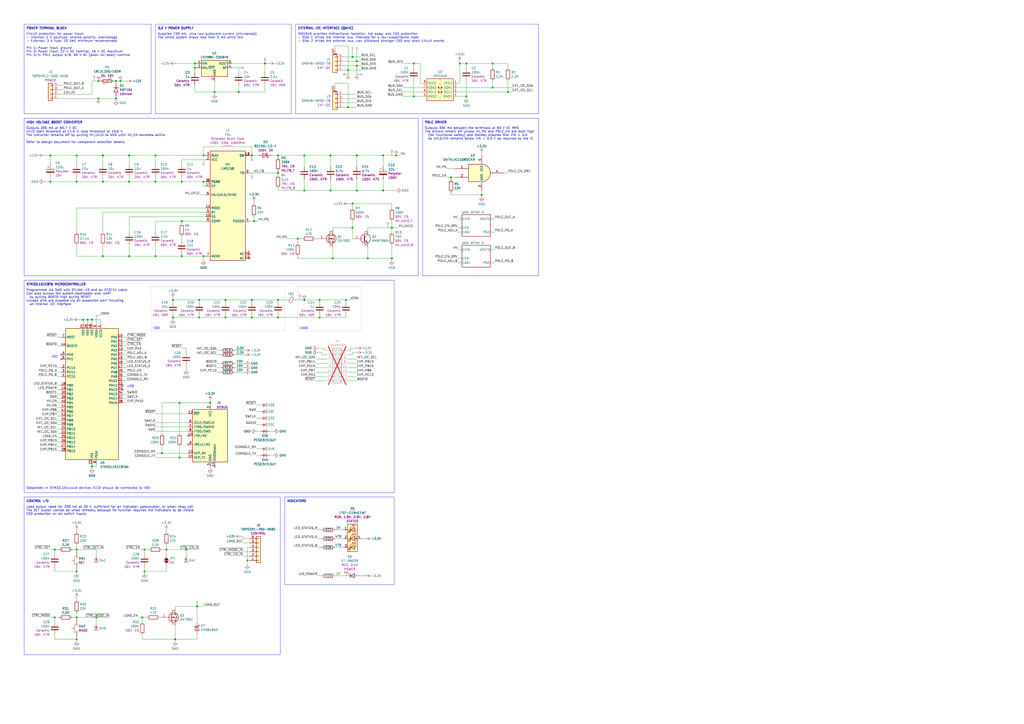
<source format=kicad_sch>
(kicad_sch (version 20250114) (generator "eeschema") (generator_version "9.0")
  (paper "A2")
  (title_block (title "PDLC driver") (date "2026-01") (rev "v2.0") (company "Brown Studios LLC") (comment 1 "github.com/brown-studios/pdlc"))
  (rectangle (start 90.17 13.97) (end 168.91 66.04))
  (rectangle (start 13.97 288.29) (end 162.56 379.73))
  (rectangle (start 13.97 68.58) (end 242.57 160.02))
  (rectangle (start 165.1 288.29) (end 228.6 339.09))
  (rectangle (start 87.63 166.37) (end 165.1 191.77) (stroke (width 0) (type dot)))
  (rectangle (start 245.11 68.58) (end 312.42 160.02))
  (rectangle (start 13.97 13.97) (end 87.63 66.04))
  (rectangle (start 171.45 13.97) (end 312.42 66.04))
  (rectangle (start 172.72 166.37) (end 209.55 191.77) (stroke (width 0) (type dot)))
  (rectangle (start 13.97 162.56) (end 228.6 285.75))
  (text "STM32L151C8T6 MICROCONTROLLER" (at 15.24 165.1 0) (effects (font (size 1.27 1.27) (thickness 0.254) (bold yes)) (justify left)))
  (text "USB" (at 73.66 224.155 0) (effects (font (size 1.27 1.27) (italic yes)) (justify left)))
  (text "Load output rated for 200 mA at 20 V, sufficient for an indicator, optocoupler, or small relay coil\nThe SET button cannot be wired remotely because its function requires the indicators to be visible\nESD protection on all switch inputs\n" (at 15.24 293.37 0) (effects (font (size 1.27 1.27) (thickness 0.1588)) (justify left top)))
  (text "HSE" (at 33.655 207.01 0) (effects (font (size 1.27 1.27) (italic yes)) (justify right)))
  (text "Outputs 300 mA at 65.7 V DC\nUVLO start threshold at 11.5 V, stop threshold at 10.6 V\nThe converter remains off by pulling HV_UVLO to GND until HV_EN becomes active\n\nRefer to design document for component selection details" (at 15.24 73.66 0) (effects (font (size 1.27 1.27) (thickness 0.1588)) (justify left top)))
  (text "VDDA" (at 173.99 190.5 0) (effects (font (size 1.27 1.27)) (justify left)))
  (text "POWER TERMINAL BLOCK" (at 15.24 16.51 0) (effects (font (size 1.27 1.27) (thickness 0.254) (bold yes)) (justify left)))
  (text "ISO1640 provides bidirectional isolation, hot swap, and ESD protection\n- Side 1 drives the internal bus, intended for a low-capacitance node\n- Side 2 drives the external bus, can withstand stronger ESD and short circuit events" (at 172.72 19.05 0) (effects (font (size 1.27 1.27)) (justify left top)))
  (text "3.3 V POWER SUPPLY" (at 91.44 16.51 0) (effects (font (size 1.27 1.27) (thickness 0.254) (bold yes)) (justify left)))
  (text "Supplies 150 mA, ultra low quiescent current (microamps)\nThe whole system draws less than 5 mA while idle" (at 91.44 19.05 0) (effects (font (size 1.27 1.27)) (justify left top)))
  (text "Circuit protection for power input:\n- Internal: 2 A polyfuse, reverse polarity, overvoltage\n- External: 3 A fuse, 20 AWG minimum recommended\n\nPin 1: Power input, ground\nPin 2: Power input, 12 V DC nominal, 16 V DC maximum\nPin 3/4: PDLC output A/B, 60 V AC (peak-to-peak) nominal\n" (at 15.24 19.05 0) (effects (font (size 1.27 1.27)) (justify left top)))
  (text "Programmed via SWD with STLINK-V3 and an STDC14 cable\nCan also access the system bootloader over UART\n  by pulling BOOT0 high during RESET\nUnused pins are exposed via an expansion port including\n  an internal I2C interface" (at 15.24 167.64 0) (effects (font (size 1.27 1.27) (thickness 0.1588)) (justify left top)))
  (text "INDICATORS" (at 166.37 290.83 0) (effects (font (size 1.27 1.27) (thickness 0.254) (bold yes)) (justify left)))
  (text "Outputs 300 mA between the terminals at 60 V AC RMS\nThe drivers remain off unless HV_PG and PDLC_EN are both high\n  (for functional safety) and thereby ensures that VIN > 3.3\n  so UVLO/EN remains below VIN + 0.3 V as required by the IC" (at 246.38 73.66 0) (effects (font (size 1.27 1.27) (thickness 0.1588)) (justify left top)))
  (text "EXTERNAL I2C INTERFACE (QWIIC)" (at 172.72 16.51 0) (effects (font (size 1.27 1.27) (thickness 0.254) (bold yes)) (justify left)))
  (text "Datasheet: In STM32L151xxxxA devices VLCD should be connected to VDD" (at 15.24 283.21 0) (effects (font (size 1.27 1.27)) (justify left)))
  (text "PDLC DRIVER" (at 246.38 71.12 0) (effects (font (size 1.27 1.27) (thickness 0.254) (bold yes)) (justify left)))
  (text "HIGH VOLTAGE BOOST CONVERTER" (at 15.24 71.12 0) (effects (font (size 1.27 1.27) (thickness 0.254) (bold yes)) (justify left)))
  (text "VDD" (at 88.9 190.5 0) (effects (font (size 1.27 1.27)) (justify left)))
  (text "CONTROL I/O" (at 15.24 290.83 0) (effects (font (size 1.27 1.27) (thickness 0.254) (bold yes)) (justify left)))
  (junction (at 57.15 57.15))
  (junction (at 113.03 39.37))
  (junction (at 240.03 55.88))
  (junction (at 100.33 184.15))
  (junction (at 101.6 370.84))
  (junction (at 240.03 36.83))
  (junction (at 44.45 358.14))
  (junction (at 118.11 105.41))
  (junction (at 55.88 358.14))
  (junction (at 118.11 90.17))
  (junction (at 44.45 318.77))
  (junction (at 113.03 36.83))
  (junction (at 222.25 110.49))
  (junction (at 161.29 173.99))
  (junction (at 176.53 90.17))
  (junction (at 191.77 110.49))
  (junction (at 270.51 36.83))
  (junction (at 227.33 149.86))
  (junction (at 83.82 318.77))
  (junction (at 285.75 36.83))
  (junction (at 147.32 128.27))
  (junction (at 261.62 102.87))
  (junction (at 213.36 149.86))
  (junction (at 161.29 184.15))
  (junction (at 185.42 184.15))
  (junction (at 82.55 358.14))
  (junction (at 53.34 270.51))
  (junction (at 161.29 100.33))
  (junction (at 200.66 173.99))
  (junction (at 207.01 38.1))
  (junction (at 193.04 149.86))
  (junction (at 118.11 148.59))
  (junction (at 270.51 55.88))
  (junction (at 143.51 325.12))
  (junction (at 83.82 331.47))
  (junction (at 115.57 184.15))
  (junction (at 105.41 148.59))
  (junction (at 172.72 138.43))
  (junction (at 222.25 90.17))
  (junction (at 124.46 53.34))
  (junction (at 207.01 110.49))
  (junction (at 100.33 173.99))
  (junction (at 207.01 90.17))
  (junction (at 130.81 173.99))
  (junction (at 53.34 185.42))
  (junction (at 90.17 148.59))
  (junction (at 146.05 184.15))
  (junction (at 57.15 46.99))
  (junction (at 44.45 331.47))
  (junction (at 138.43 53.34))
  (junction (at 67.31 57.15))
  (junction (at 67.31 46.99))
  (junction (at 74.93 90.17))
  (junction (at 153.67 36.83))
  (junction (at 90.17 105.41))
  (junction (at 29.21 90.17))
  (junction (at 266.7 36.83))
  (junction (at 146.05 90.17))
  (junction (at 146.05 173.99))
  (junction (at 59.69 105.41))
  (junction (at 107.95 318.77))
  (junction (at 69.85 46.99))
  (junction (at 44.45 105.41))
  (junction (at 96.52 318.77))
  (junction (at 176.53 110.49))
  (junction (at 31.75 318.77))
  (junction (at 59.69 90.17))
  (junction (at 44.45 370.84))
  (junction (at 130.81 184.15))
  (junction (at 204.47 118.11))
  (junction (at 201.93 40.64))
  (junction (at 121.92 233.68))
  (junction (at 44.45 90.17))
  (junction (at 48.26 185.42))
  (junction (at 279.4 113.03))
  (junction (at 93.98 262.89))
  (junction (at 204.47 33.02))
  (junction (at 207.01 35.56))
  (junction (at 104.14 265.43))
  (junction (at 294.64 53.34))
  (junction (at 201.93 62.23))
  (junction (at 176.53 173.99))
  (junction (at 227.33 132.08))
  (junction (at 115.57 173.99))
  (junction (at 105.41 128.27))
  (junction (at 29.21 105.41))
  (junction (at 114.3 351.79))
  (junction (at 59.69 148.59))
  (junction (at 74.93 105.41))
  (junction (at 229.87 90.17))
  (junction (at 50.8 185.42))
  (junction (at 191.77 90.17))
  (junction (at 90.17 90.17))
  (junction (at 105.41 105.41))
  (junction (at 31.75 358.14))
  (junction (at 285.75 50.8))
  (junction (at 204.47 132.08))
  (junction (at 185.42 173.99))
  (junction (at 161.29 90.17))
  (junction (at 74.93 148.59))
  (junction (at 104.14 233.68))
  (no_connect (at 71.12 223.52))
  (no_connect (at 35.56 208.28))
  (no_connect (at 71.12 226.06))
  (no_connect (at 109.22 257.81))
  (no_connect (at 109.22 252.73))
  (no_connect (at 124.46 270.51))
  (no_connect (at 35.56 205.74))
  (wire (pts (xy 55.88 187.96) (xy 55.88 182.88)))
  (wire (pts (xy 194.31 48.26) (xy 201.93 48.26)))
  (wire (pts (xy 201.93 48.26) (xy 201.93 62.23)))
  (wire (pts (xy 161.29 173.99) (xy 161.29 175.26)))
  (wire (pts (xy 266.7 36.83) (xy 270.51 36.83)))
  (wire (pts (xy 184.15 204.47) (xy 186.69 204.47)))
  (wire (pts (xy 194.31 317.5) (xy 199.39 317.5)))
  (wire (pts (xy 71.12 200.66) (xy 73.66 200.66)))
  (wire (pts (xy 104.14 259.08) (xy 104.14 265.43)))
  (wire (pts (xy 201.93 118.11) (xy 204.47 118.11)))
  (wire (pts (xy 34.29 54.61) (xy 53.34 54.61)))
  (wire (pts (xy 118.11 85.09) (xy 118.11 90.17)))
  (wire (pts (xy 57.15 57.15) (xy 67.31 57.15)))
  (wire (pts (xy 144.78 128.27) (xy 147.32 128.27)))
  (wire (pts (xy 119.38 107.95) (xy 118.11 107.95)))
  (wire (pts (xy 204.47 118.11) (xy 204.47 120.65)))
  (wire (pts (xy 227.33 118.11) (xy 227.33 120.65)))
  (wire (pts (xy 33.02 213.36) (xy 35.56 213.36)))
  (wire (pts (xy 199.39 57.15) (xy 207.01 57.15)))
  (wire (pts (xy 53.34 54.61) (xy 53.34 46.99)))
  (wire (pts (xy 138.43 49.53) (xy 138.43 53.34)))
  (wire (pts (xy 227.33 142.24) (xy 227.33 149.86)))
  (wire (pts (xy 199.39 62.23) (xy 201.93 62.23)))
  (wire (pts (xy 118.11 107.95) (xy 118.11 105.41)))
  (wire (pts (xy 90.17 245.11) (xy 109.22 245.11)))
  (wire (pts (xy 135.89 203.2) (xy 142.24 203.2)))
  (wire (pts (xy 71.12 215.9) (xy 73.66 215.9)))
  (wire (pts (xy 153.67 36.83) (xy 153.67 41.91)))
  (wire (pts (xy 31.75 331.47) (xy 44.45 331.47)))
  (wire (pts (xy 82.55 368.3) (xy 82.55 370.84)))
  (wire (pts (xy 31.75 358.14) (xy 34.29 358.14)))
  (wire (pts (xy 33.02 254) (xy 35.56 254)))
  (wire (pts (xy 204.47 138.43) (xy 205.74 138.43)))
  (wire (pts (xy 44.45 331.47) (xy 44.45 330.2)))
  (wire (pts (xy 191.77 104.14) (xy 191.77 110.49)))
  (wire (pts (xy 100.33 175.26) (xy 100.33 173.99)))
  (wire (pts (xy 213.36 143.51) (xy 213.36 149.86)))
  (wire (pts (xy 204.47 118.11) (xy 227.33 118.11)))
  (wire (pts (xy 135.89 85.09) (xy 146.05 85.09)))
  (wire (pts (xy 182.88 138.43) (xy 185.42 138.43)))
  (wire (pts (xy 201.93 208.28) (xy 207.01 208.28)))
  (wire (pts (xy 121.92 271.78) (xy 121.92 270.51)))
  (wire (pts (xy 33.02 228.6) (xy 35.56 228.6)))
  (wire (pts (xy 115.57 113.03) (xy 119.38 113.03)))
  (wire (pts (xy 201.93 62.23) (xy 207.01 62.23)))
  (wire (pts (xy 48.26 185.42) (xy 50.8 185.42)))
  (wire (pts (xy 55.88 358.14) (xy 55.88 361.95)))
  (wire (pts (xy 71.12 210.82) (xy 73.66 210.82)))
  (wire (pts (xy 201.93 26.67) (xy 201.93 40.64)))
  (wire (pts (xy 83.82 331.47) (xy 83.82 332.74)))
  (wire (pts (xy 67.31 46.99) (xy 69.85 46.99)))
  (wire (pts (xy 125.73 205.74) (xy 128.27 205.74)))
  (wire (pts (xy 194.31 334.01) (xy 200.66 334.01)))
  (wire (pts (xy 191.77 90.17) (xy 207.01 90.17)))
  (wire (pts (xy 74.93 125.73) (xy 119.38 125.73)))
  (wire (pts (xy 161.29 184.15) (xy 185.42 184.15)))
  (wire (pts (xy 101.6 370.84) (xy 114.3 370.84)))
  (wire (pts (xy 71.12 228.6) (xy 73.66 228.6)))
  (wire (pts (xy 53.34 269.24) (xy 53.34 270.51)))
  (wire (pts (xy 292.1 100.33) (xy 294.64 100.33)))
  (wire (pts (xy 138.43 39.37) (xy 138.43 41.91)))
  (wire (pts (xy 44.45 369.57) (xy 44.45 370.84)))
  (wire (pts (xy 83.82 331.47) (xy 96.52 331.47)))
  (wire (pts (xy 265.43 152.4) (xy 267.97 152.4)))
  (wire (pts (xy 161.29 182.88) (xy 161.29 184.15)))
  (wire (pts (xy 161.29 90.17) (xy 161.29 91.44)))
  (wire (pts (xy 35.56 248.92) (xy 33.02 248.92)))
  (wire (pts (xy 31.75 318.77) (xy 31.75 321.31)))
  (wire (pts (xy 74.93 95.25) (xy 74.93 90.17)))
  (wire (pts (xy 124.46 53.34) (xy 138.43 53.34)))
  (wire (pts (xy 115.57 173.99) (xy 130.81 173.99)))
  (wire (pts (xy 146.05 85.09) (xy 146.05 90.17)))
  (wire (pts (xy 50.8 185.42) (xy 50.8 187.96)))
  (wire (pts (xy 161.29 110.49) (xy 176.53 110.49)))
  (wire (pts (xy 58.42 185.42) (xy 53.34 185.42)))
  (wire (pts (xy 222.25 90.17) (xy 222.25 96.52)))
  (wire (pts (xy 44.45 318.77) (xy 55.88 318.77)))
  (wire (pts (xy 193.04 132.08) (xy 204.47 132.08)))
  (wire (pts (xy 115.57 184.15) (xy 130.81 184.15)))
  (wire (pts (xy 186.69 205.74) (xy 189.23 205.74)))
  (wire (pts (xy 261.62 102.87) (xy 261.62 104.14)))
  (wire (pts (xy 204.47 205.74) (xy 201.93 205.74)))
  (wire (pts (xy 166.37 138.43) (xy 172.72 138.43)))
  (wire (pts (xy 201.93 215.9) (xy 207.01 215.9)))
  (wire (pts (xy 261.62 113.03) (xy 261.62 111.76)))
  (wire (pts (xy 172.72 138.43) (xy 172.72 140.97)))
  (wire (pts (xy 93.98 318.77) (xy 96.52 318.77)))
  (wire (pts (xy 33.02 200.66) (xy 35.56 200.66)))
  (wire (pts (xy 93.98 233.68) (xy 104.14 233.68)))
  (wire (pts (xy 194.31 48.26) (xy 194.31 49.53)))
  (wire (pts (xy 185.42 173.99) (xy 200.66 173.99)))
  (wire (pts (xy 182.88 218.44) (xy 189.23 218.44)))
  (wire (pts (xy 207.01 104.14) (xy 207.01 110.49)))
  (wire (pts (xy 31.75 358.14) (xy 31.75 360.68)))
  (wire (pts (xy 222.25 104.14) (xy 222.25 110.49)))
  (wire (pts (xy 101.6 351.79) (xy 101.6 353.06)))
  (wire (pts (xy 148.59 260.35) (xy 151.13 260.35)))
  (wire (pts (xy 259.08 102.87) (xy 261.62 102.87)))
  (wire (pts (xy 83.82 328.93) (xy 83.82 331.47)))
  (wire (pts (xy 96.52 328.93) (xy 96.52 331.47)))
  (wire (pts (xy 125.73 215.9) (xy 128.27 215.9)))
  (wire (pts (xy 33.02 226.06) (xy 35.56 226.06)))
  (wire (pts (xy 134.62 39.37) (xy 138.43 39.37)))
  (wire (pts (xy 156.21 264.16) (xy 158.75 264.16)))
  (wire (pts (xy 96.52 316.23) (xy 96.52 318.77)))
  (wire (pts (xy 59.69 90.17) (xy 59.69 95.25)))
  (wire (pts (xy 203.2 173.99) (xy 200.66 173.99)))
  (wire (pts (xy 33.02 259.08) (xy 35.56 259.08)))
  (wire (pts (xy 279.4 110.49) (xy 279.4 113.03)))
  (wire (pts (xy 201.93 218.44) (xy 207.01 218.44)))
  (wire (pts (xy 118.11 148.59) (xy 105.41 148.59)))
  (wire (pts (xy 172.72 149.86) (xy 193.04 149.86)))
  (wire (pts (xy 31.75 370.84) (xy 44.45 370.84)))
  (wire (pts (xy 143.51 317.5) (xy 144.78 317.5)))
  (wire (pts (xy 45.72 185.42) (xy 48.26 185.42)))
  (wire (pts (xy 90.17 250.19) (xy 109.22 250.19)))
  (wire (pts (xy 105.41 128.27) (xy 90.17 128.27)))
  (wire (pts (xy 245.11 48.26) (xy 243.84 48.26)))
  (wire (pts (xy 185.42 184.15) (xy 185.42 182.88)))
  (wire (pts (xy 227.33 151.13) (xy 227.33 149.86)))
  (wire (pts (xy 138.43 53.34) (xy 153.67 53.34)))
  (wire (pts (xy 285.75 36.83) (xy 285.75 39.37)))
  (wire (pts (xy 146.05 173.99) (xy 146.05 175.26)))
  (wire (pts (xy 144.78 100.33) (xy 161.29 100.33)))
  (wire (pts (xy 101.6 36.83) (xy 113.03 36.83)))
  (wire (pts (xy 29.21 90.17) (xy 44.45 90.17)))
  (wire (pts (xy 74.93 90.17) (xy 90.17 90.17)))
  (wire (pts (xy 161.29 110.49) (xy 161.29 109.22)))
  (wire (pts (xy 44.45 90.17) (xy 44.45 95.25)))
  (wire (pts (xy 33.02 195.58) (xy 35.56 195.58)))
  (wire (pts (xy 233.68 50.8) (xy 245.11 50.8)))
  (wire (pts (xy 147.32 116.84) (xy 147.32 118.11)))
  (wire (pts (xy 74.93 134.62) (xy 74.93 125.73)))
  (wire (pts (xy 233.68 53.34) (xy 245.11 53.34)))
  (wire (pts (xy 121.92 232.41) (xy 121.92 233.68)))
  (wire (pts (xy 80.01 358.14) (xy 82.55 358.14)))
  (wire (pts (xy 100.33 184.15) (xy 115.57 184.15)))
  (wire (pts (xy 96.52 318.77) (xy 107.95 318.77)))
  (wire (pts (xy 207.01 30.48) (xy 207.01 35.56)))
  (wire (pts (xy 233.68 55.88) (xy 240.03 55.88)))
  (wire (pts (xy 125.73 210.82) (xy 128.27 210.82)))
  (wire (pts (xy 82.55 358.14) (xy 85.09 358.14)))
  (wire (pts (xy 90.17 247.65) (xy 109.22 247.65)))
  (wire (pts (xy 105.41 92.71) (xy 119.38 92.71)))
  (wire (pts (xy 270.51 55.88) (xy 270.51 57.15)))
  (wire (pts (xy 130.81 173.99) (xy 130.81 175.26)))
  (wire (pts (xy 213.36 149.86) (xy 227.33 149.86)))
  (wire (pts (xy 90.17 265.43) (xy 104.14 265.43)))
  (wire (pts (xy 265.43 127) (xy 267.97 127)))
  (wire (pts (xy 194.31 26.67) (xy 194.31 27.94)))
  (wire (pts (xy 105.41 128.27) (xy 105.41 129.54)))
  (wire (pts (xy 74.93 105.41) (xy 74.93 102.87)))
  (wire (pts (xy 135.89 215.9) (xy 142.24 215.9)))
  (wire (pts (xy 270.51 46.99) (xy 270.51 55.88)))
  (wire (pts (xy 243.84 48.26) (xy 243.84 36.83)))
  (wire (pts (xy 203.2 201.93) (xy 207.01 201.93)))
  (wire (pts (xy 201.93 213.36) (xy 207.01 213.36)))
  (wire (pts (xy 146.05 90.17) (xy 144.78 90.17)))
  (wire (pts (xy 107.95 212.09) (xy 107.95 214.63)))
  (wire (pts (xy 213.36 132.08) (xy 227.33 132.08)))
  (wire (pts (xy 33.02 223.52) (xy 35.56 223.52)))
  (wire (pts (xy 114.3 368.3) (xy 114.3 370.84)))
  (wire (pts (xy 71.12 198.12) (xy 73.66 198.12)))
  (wire (pts (xy 101.6 370.84) (xy 101.6 372.11)))
  (wire (pts (xy 185.42 173.99) (xy 185.42 175.26)))
  (wire (pts (xy 143.51 325.12) (xy 144.78 325.12)))
  (wire (pts (xy 194.31 26.67) (xy 201.93 26.67)))
  (wire (pts (xy 279.4 113.03) (xy 279.4 114.3)))
  (wire (pts (xy 227.33 132.08) (xy 231.14 132.08)))
  (wire (pts (xy 71.12 205.74) (xy 73.66 205.74)))
  (wire (pts (xy 201.93 40.64) (xy 209.55 40.64)))
  (wire (pts (xy 140.97 312.42) (xy 144.78 312.42)))
  (wire (pts (xy 71.12 218.44) (xy 73.66 218.44)))
  (wire (pts (xy 44.45 358.14) (xy 55.88 358.14)))
  (wire (pts (xy 161.29 99.06) (xy 161.29 100.33)))
  (wire (pts (xy 118.11 105.41) (xy 119.38 105.41)))
  (wire (pts (xy 172.72 138.43) (xy 175.26 138.43)))
  (wire (pts (xy 59.69 142.24) (xy 59.69 148.59)))
  (wire (pts (xy 294.64 36.83) (xy 294.64 39.37)))
  (wire (pts (xy 55.88 318.77) (xy 55.88 322.58)))
  (wire (pts (xy 74.93 105.41) (xy 90.17 105.41)))
  (wire (pts (xy 29.21 358.14) (xy 31.75 358.14)))
  (wire (pts (xy 44.45 355.6) (xy 44.45 358.14)))
  (wire (pts (xy 207.01 59.69) (xy 199.39 59.69)))
  (wire (pts (xy 240.03 46.99) (xy 240.03 55.88)))
  (wire (pts (xy 35.56 246.38) (xy 33.02 246.38)))
  (wire (pts (xy 148.59 250.19) (xy 151.13 250.19)))
  (wire (pts (xy 104.14 265.43) (xy 109.22 265.43)))
  (wire (pts (xy 44.45 358.14) (xy 44.45 359.41)))
  (wire (pts (xy 139.7 311.15) (xy 140.97 311.15)))
  (wire (pts (xy 71.12 213.36) (xy 73.66 213.36)))
  (wire (pts (xy 81.28 318.77) (xy 83.82 318.77)))
  (wire (pts (xy 33.02 238.76) (xy 35.56 238.76)))
  (wire (pts (xy 74.93 142.24) (xy 74.93 148.59)))
  (wire (pts (xy 207.01 38.1) (xy 207.01 43.18)))
  (wire (pts (xy 130.81 173.99) (xy 146.05 173.99)))
  (wire (pts (xy 53.34 270.51) (xy 55.88 270.51)))
  (wire (pts (xy 261.62 113.03) (xy 279.4 113.03)))
  (wire (pts (xy 134.62 36.83) (xy 153.67 36.83)))
  (wire (pts (xy 121.92 233.68) (xy 121.92 234.95)))
  (wire (pts (xy 118.11 148.59) (xy 118.11 151.13)))
  (wire (pts (xy 200.66 182.88) (xy 200.66 184.15)))
  (wire (pts (xy 58.42 187.96) (xy 58.42 185.42)))
  (wire (pts (xy 261.62 102.87) (xy 264.16 102.87)))
  (wire (pts (xy 33.02 241.3) (xy 35.56 241.3)))
  (wire (pts (xy 93.98 251.46) (xy 93.98 233.68)))
  (wire (pts (xy 146.05 184.15) (xy 161.29 184.15)))
  (wire (pts (xy 71.12 233.68) (xy 73.66 233.68)))
  (wire (pts (xy 90.17 128.27) (xy 90.17 134.62)))
  (wire (pts (xy 105.41 147.32) (xy 105.41 148.59)))
  (wire (pts (xy 259.08 97.79) (xy 264.16 97.79)))
  (wire (pts (xy 147.32 128.27) (xy 149.86 128.27)))
  (wire (pts (xy 59.69 90.17) (xy 74.93 90.17)))
  (wire (pts (xy 53.34 270.51) (xy 53.34 271.78)))
  (wire (pts (xy 143.51 325.12) (xy 143.51 327.66)))
  (wire (pts (xy 161.29 173.99) (xy 166.37 173.99)))
  (wire (pts (xy 182.88 220.98) (xy 189.23 220.98)))
  (wire (pts (xy 107.95 318.77) (xy 107.95 322.58)))
  (wire (pts (xy 240.03 36.83) (xy 243.84 36.83)))
  (wire (pts (xy 193.04 143.51) (xy 193.04 149.86)))
  (wire (pts (xy 44.45 120.65) (xy 119.38 120.65)))
  (wire (pts (xy 266.7 48.26) (xy 266.7 36.83)))
  (wire (pts (xy 100.33 172.72) (xy 100.33 173.99)))
  (wire (pts (xy 59.69 123.19) (xy 59.69 134.62)))
  (wire (pts (xy 270.51 36.83) (xy 285.75 36.83)))
  (wire (pts (xy 115.57 173.99) (xy 115.57 175.26)))
  (wire (pts (xy 284.48 134.62) (xy 287.02 134.62)))
  (wire (pts (xy 50.8 185.42) (xy 53.34 185.42)))
  (wire (pts (xy 233.68 36.83) (xy 240.03 36.83)))
  (wire (pts (xy 204.47 33.02) (xy 209.55 33.02)))
  (wire (pts (xy 90.17 105.41) (xy 105.41 105.41)))
  (wire (pts (xy 191.77 110.49) (xy 207.01 110.49)))
  (wire (pts (xy 90.17 90.17) (xy 118.11 90.17)))
  (wire (pts (xy 44.45 102.87) (xy 44.45 105.41)))
  (wire (pts (xy 285.75 50.8) (xy 297.18 50.8)))
  (wire (pts (xy 44.45 307.34) (xy 44.45 308.61)))
  (wire (pts (xy 279.4 88.9) (xy 279.4 90.17)))
  (wire (pts (xy 182.88 210.82) (xy 189.23 210.82)))
  (wire (pts (xy 107.95 201.93) (xy 107.95 204.47)))
  (wire (pts (xy 144.78 320.04) (xy 140.97 320.04)))
  (wire (pts (xy 185.42 184.15) (xy 200.66 184.15)))
  (wire (pts (xy 119.38 128.27) (xy 105.41 128.27)))
  (wire (pts (xy 270.51 36.83) (xy 270.51 39.37)))
  (wire (pts (xy 44.45 142.24) (xy 44.45 148.59)))
  (wire (pts (xy 284.48 152.4) (xy 287.02 152.4)))
  (wire (pts (xy 114.3 351.79) (xy 114.3 360.68)))
  (wire (pts (xy 193.04 133.35) (xy 193.04 132.08)))
  (wire (pts (xy 107.95 318.77) (xy 115.57 318.77)))
  (wire (pts (xy 227.33 132.08) (xy 227.33 134.62)))
  (wire (pts (xy 71.12 220.98) (xy 73.66 220.98)))
  (wire (pts (xy 199.39 38.1) (xy 207.01 38.1)))
  (wire (pts (xy 201.93 210.82) (xy 207.01 210.82)))
  (wire (pts (xy 265.43 134.62) (xy 267.97 134.62)))
  (wire (pts (xy 100.33 182.88) (xy 100.33 184.15)))
  (wire (pts (xy 222.25 110.49) (xy 229.87 110.49)))
  (wire (pts (xy 172.72 148.59) (xy 172.72 149.86)))
  (wire (pts (xy 33.02 236.22) (xy 35.56 236.22)))
  (wire (pts (xy 67.31 55.88) (xy 67.31 57.15)))
  (wire (pts (xy 33.02 256.54) (xy 35.56 256.54)))
  (wire (pts (xy 29.21 90.17) (xy 29.21 95.25)))
  (wire (pts (xy 125.73 203.2) (xy 128.27 203.2)))
  (wire (pts (xy 67.31 46.99) (xy 67.31 48.26)))
  (wire (pts (xy 200.66 173.99) (xy 200.66 175.26)))
  (wire (pts (xy 105.41 105.41) (xy 118.11 105.41)))
  (wire (pts (xy 31.75 368.3) (xy 31.75 370.84)))
  (wire (pts (xy 33.02 233.68) (xy 35.56 233.68)))
  (wire (pts (xy 113.03 36.83) (xy 114.3 36.83)))
  (wire (pts (xy 148.59 238.76) (xy 151.13 238.76)))
  (wire (pts (xy 146.05 90.17) (xy 149.86 90.17)))
  (wire (pts (xy 90.17 142.24) (xy 90.17 148.59)))
  (wire (pts (xy 31.75 328.93) (xy 31.75 331.47)))
  (wire (pts (xy 184.15 312.42) (xy 186.69 312.42)))
  (wire (pts (xy 119.38 123.19) (xy 59.69 123.19)))
  (wire (pts (xy 184.15 307.34) (xy 186.69 307.34)))
  (wire (pts (xy 114.3 351.79) (xy 118.11 351.79)))
  (wire (pts (xy 191.77 90.17) (xy 191.77 96.52)))
  (wire (pts (xy 124.46 53.34) (xy 124.46 54.61)))
  (wire (pts (xy 83.82 318.77) (xy 83.82 321.31)))
  (wire (pts (xy 33.02 261.62) (xy 35.56 261.62)))
  (wire (pts (xy 130.81 184.15) (xy 130.81 182.88)))
  (wire (pts (xy 265.43 50.8) (xy 285.75 50.8)))
  (wire (pts (xy 148.59 246.38) (xy 151.13 246.38)))
  (wire (pts (xy 83.82 318.77) (xy 86.36 318.77)))
  (wire (pts (xy 118.11 90.17) (xy 119.38 90.17)))
  (wire (pts (xy 71.12 231.14) (xy 73.66 231.14)))
  (wire (pts (xy 41.91 358.14) (xy 44.45 358.14)))
  (wire (pts (xy 93.98 262.89) (xy 109.22 262.89)))
  (wire (pts (xy 29.21 105.41) (xy 44.45 105.41)))
  (wire (pts (xy 240.03 55.88) (xy 245.11 55.88)))
  (wire (pts (xy 148.59 242.57) (xy 151.13 242.57)))
  (wire (pts (xy 161.29 100.33) (xy 161.29 101.6)))
  (wire (pts (xy 146.05 173.99) (xy 161.29 173.99)))
  (wire (pts (xy 105.41 95.25) (xy 105.41 92.71)))
  (wire (pts (xy 284.48 144.78) (xy 287.02 144.78)))
  (wire (pts (xy 176.53 90.17) (xy 176.53 96.52)))
  (wire (pts (xy 265.43 48.26) (xy 266.7 48.26)))
  (wire (pts (xy 96.52 318.77) (xy 96.52 321.31)))
  (wire (pts (xy 41.91 318.77) (xy 44.45 318.77)))
  (wire (pts (xy 204.47 132.08) (xy 204.47 138.43)))
  (wire (pts (xy 204.47 204.47) (xy 204.47 205.74)))
  (wire (pts (xy 34.29 52.07) (xy 36.83 52.07)))
  (wire (pts (xy 156.21 250.19) (xy 158.75 250.19)))
  (wire (pts (xy 203.2 201.93) (xy 203.2 203.2)))
  (wire (pts (xy 187.96 203.2) (xy 189.23 203.2)))
  (wire (pts (xy 90.17 262.89) (xy 93.98 262.89)))
  (wire (pts (xy 140.97 311.15) (xy 140.97 312.42)))
  (wire (pts (xy 135.89 205.74) (xy 142.24 205.74)))
  (wire (pts (xy 209.55 312.42) (xy 212.09 312.42)))
  (wire (pts (xy 101.6 363.22) (xy 101.6 370.84)))
  (wire (pts (xy 71.12 203.2) (xy 73.66 203.2)))
  (wire (pts (xy 187.96 201.93) (xy 187.96 203.2)))
  (wire (pts (xy 184.15 334.01) (xy 186.69 334.01)))
  (wire (pts (xy 92.71 358.14) (xy 93.98 358.14)))
  (wire (pts (xy 157.48 90.17) (xy 161.29 90.17)))
  (wire (pts (xy 90.17 90.17) (xy 90.17 95.25)))
  (wire (pts (xy 182.88 215.9) (xy 189.23 215.9)))
  (wire (pts (xy 153.67 53.34) (xy 153.67 49.53)))
  (wire (pts (xy 90.17 102.87) (xy 90.17 105.41)))
  (wire (pts (xy 35.56 243.84) (xy 33.02 243.84)))
  (wire (pts (xy 55.88 182.88) (xy 58.42 182.88)))
  (wire (pts (xy 135.89 213.36) (xy 142.24 213.36)))
  (wire (pts (xy 143.51 325.12) (xy 143.51 317.5)))
  (wire (pts (xy 113.03 39.37) (xy 113.03 41.91)))
  (wire (pts (xy 176.53 104.14) (xy 176.53 110.49)))
  (wire (pts (xy 184.15 201.93) (xy 187.96 201.93)))
  (wire (pts (xy 67.31 57.15) (xy 67.31 58.42)))
  (wire (pts (xy 34.29 49.53) (xy 36.83 49.53)))
  (wire (pts (xy 148.59 234.95) (xy 151.13 234.95)))
  (wire (pts (xy 284.48 127) (xy 287.02 127)))
  (wire (pts (xy 240.03 36.83) (xy 240.03 39.37)))
  (wire (pts (xy 285.75 50.8) (xy 285.75 46.99)))
  (wire (pts (xy 194.31 312.42) (xy 199.39 312.42)))
  (wire (pts (xy 182.88 213.36) (xy 189.23 213.36)))
  (wire (pts (xy 204.47 30.48) (xy 204.47 33.02)))
  (wire (pts (xy 199.39 54.61) (xy 207.01 54.61)))
  (wire (pts (xy 294.64 46.99) (xy 294.64 53.34)))
  (wire (pts (xy 44.45 90.17) (xy 59.69 90.17)))
  (wire (pts (xy 222.25 90.17) (xy 229.87 90.17)))
  (wire (pts (xy 140.97 314.96) (xy 144.78 314.96)))
  (wire (pts (xy 57.15 46.99) (xy 58.42 46.99)))
  (wire (pts (xy 66.04 46.99) (xy 67.31 46.99)))
  (wire (pts (xy 193.04 149.86) (xy 213.36 149.86)))
  (wire (pts (xy 213.36 133.35) (xy 213.36 132.08)))
  (wire (pts (xy 227.33 128.27) (xy 227.33 132.08)))
  (wire (pts (xy 29.21 318.77) (xy 31.75 318.77)))
  (wire (pts (xy 144.78 322.58) (xy 140.97 322.58)))
  (wire (pts (xy 53.34 46.99) (xy 57.15 46.99)))
  (wire (pts (xy 113.03 49.53) (xy 113.03 53.34)))
  (wire (pts (xy 270.51 55.88) (xy 265.43 55.88)))
  (wire (pts (xy 203.2 203.2) (xy 201.93 203.2)))
  (wire (pts (xy 44.45 105.41) (xy 59.69 105.41)))
  (wire (pts (xy 266.7 35.56) (xy 266.7 36.83)))
  (wire (pts (xy 29.21 102.87) (xy 29.21 105.41)))
  (wire (pts (xy 125.73 213.36) (xy 128.27 213.36)))
  (wire (pts (xy 104.14 233.68) (xy 121.92 233.68)))
  (wire (pts (xy 44.45 370.84) (xy 44.45 372.11)))
  (wire (pts (xy 100.33 173.99) (xy 115.57 173.99)))
  (wire (pts (xy 33.02 231.14) (xy 35.56 231.14)))
  (wire (pts (xy 148.59 264.16) (xy 151.13 264.16)))
  (wire (pts (xy 69.85 46.99) (xy 73.66 46.99)))
  (wire (pts (xy 113.03 39.37) (xy 114.3 39.37)))
  (wire (pts (xy 186.69 204.47) (xy 186.69 205.74)))
  (wire (pts (xy 34.29 57.15) (xy 57.15 57.15)))
  (wire (pts (xy 105.41 137.16) (xy 105.41 139.7)))
  (wire (pts (xy 147.32 125.73) (xy 147.32 128.27)))
  (wire (pts (xy 115.57 184.15) (xy 115.57 182.88)))
  (wire (pts (xy 71.12 195.58) (xy 73.66 195.58)))
  (wire (pts (xy 44.45 148.59) (xy 59.69 148.59)))
  (wire (pts (xy 44.45 316.23) (xy 44.45 318.77)))
  (wire (pts (xy 59.69 105.41) (xy 59.69 102.87)))
  (wire (pts (xy 55.88 269.24) (xy 55.88 270.51)))
  (wire (pts (xy 82.55 358.14) (xy 82.55 360.68)))
  (wire (pts (xy 48.26 187.96) (xy 48.26 185.42)))
  (wire (pts (xy 229.87 90.17) (xy 232.41 90.17)))
  (wire (pts (xy 128.27 85.09) (xy 118.11 85.09)))
  (wire (pts (xy 118.11 148.59) (xy 119.38 148.59)))
  (wire (pts (xy 161.29 90.17) (xy 176.53 90.17)))
  (wire (pts (xy 124.46 46.99) (xy 124.46 53.34)))
  (wire (pts (xy 285.75 36.83) (xy 294.64 36.83)))
  (wire (pts (xy 207.01 90.17) (xy 207.01 96.52)))
  (wire (pts (xy 199.39 35.56) (xy 207.01 35.56)))
  (wire (pts (xy 105.41 201.93) (xy 107.95 201.93)))
  (wire (pts (xy 201.93 43.18) (xy 201.93 40.64)))
  (wire (pts (xy 207.01 35.56) (xy 209.55 35.56)))
  (wire (pts (xy 176.53 110.49) (xy 191.77 110.49)))
  (wire (pts (xy 63.5 358.14) (xy 55.88 358.14)))
  (wire (pts (xy 44.45 346.71) (xy 44.45 347.98)))
  (wire (pts (xy 207.01 110.49) (xy 222.25 110.49)))
  (wire (pts (xy 35.56 251.46) (xy 33.02 251.46)))
  (wire (pts (xy 25.4 105.41) (xy 29.21 105.41)))
  (wire (pts (xy 208.28 334.01) (xy 212.09 334.01)))
  (wire (pts (xy 101.6 351.79) (xy 114.3 351.79)))
  (wire (pts (xy 135.89 210.82) (xy 142.24 210.82)))
  (wire (pts (xy 74.93 148.59) (xy 90.17 148.59)))
  (wire (pts (xy 153.67 36.83) (xy 156.21 36.83)))
  (wire (pts (xy 104.14 251.46) (xy 104.14 233.68)))
  (wire (pts (xy 25.4 90.17) (xy 29.21 90.17)))
  (wire (pts (xy 207.01 90.17) (xy 222.25 90.17)))
  (wire (pts (xy 113.03 53.34) (xy 124.46 53.34)))
  (wire (pts (xy 176.53 90.17) (xy 191.77 90.17)))
  (wire (pts (xy 44.45 318.77) (xy 44.45 320.04)))
  (wire (pts (xy 207.01 38.1) (xy 209.55 38.1)))
  (wire (pts (xy 53.34 185.42) (xy 53.34 187.96)))
  (wire (pts (xy 71.12 208.28) (xy 73.66 208.28)))
  (wire (pts (xy 44.45 134.62) (xy 44.45 120.65)))
  (wire (pts (xy 265.43 144.78) (xy 267.97 144.78)))
  (wire (pts (xy 171.45 173.99) (xy 176.53 173.99)))
  (wire (pts (xy 105.41 148.59) (xy 90.17 148.59)))
  (wire (pts (xy 59.69 105.41) (xy 74.93 105.41)))
  (wire (pts (xy 96.52 307.34) (xy 96.52 308.61)))
  (wire (pts (xy 59.69 148.59) (xy 74.93 148.59)))
  (wire (pts (xy 100.33 184.15) (xy 100.33 185.42)))
  (wire (pts (xy 204.47 204.47) (xy 207.01 204.47)))
  (wire (pts (xy 105.41 105.41) (xy 105.41 102.87)))
  (wire (pts (xy 113.03 36.83) (xy 113.03 39.37)))
  (wire (pts (xy 204.47 128.27) (xy 204.47 132.08)))
  (wire (pts (xy 201.93 220.98) (xy 207.01 220.98)))
  (wire (pts (xy 82.55 370.84) (xy 101.6 370.84)))
  (wire (pts (xy 265.43 53.34) (xy 294.64 53.34)))
  (wire (pts (xy 33.02 215.9) (xy 35.56 215.9)))
  (wire (pts (xy 184.15 317.5) (xy 186.69 317.5)))
  (wire (pts (xy 176.53 173.99) (xy 185.42 173.99)))
  (wire (pts (xy 294.64 53.34) (xy 297.18 53.34)))
  (wire (pts (xy 130.81 184.15) (xy 146.05 184.15)))
  (wire (pts (xy 182.88 208.28) (xy 189.23 208.28)))
  (wire (pts (xy 33.02 218.44) (xy 35.56 218.44)))
  (wire (pts (xy 146.05 184.15) (xy 146.05 182.88)))
  (wire (pts (xy 265.43 149.86) (xy 267.97 149.86)))
  (wire (pts (xy 199.39 40.64) (xy 201.93 40.64)))
  (wire (pts (xy 93.98 259.08) (xy 93.98 262.89)))
  (wire (pts (xy 31.75 318.77) (xy 34.29 318.77)))
  (wire (pts (xy 199.39 33.02) (xy 204.47 33.02)))
  (wire (pts (xy 90.17 240.03) (xy 109.22 240.03)))
  (wire (pts (xy 194.31 307.34) (xy 199.39 307.34)))
  (wire (pts (xy 44.45 331.47) (xy 44.45 332.74)))
  (wire (pts (xy 265.43 132.08) (xy 267.97 132.08)))
  (label "HV_PG" (at 149.86 128.27 0))
  (label "EXP_PB15" (at 33.02 261.62 180))
  (label "BOOT1" (at 33.02 228.6 180))
  (label "VDDA" (at 58.42 182.88 0))
  (label "HV_UVLO" (at 231.14 132.08 0))
  (label "EXP_PB7" (at 182.88 215.9 180))
  (label "LOAD_OUT" (at 140.97 314.96 180))
  (label "PDLC_EN_DRV" (at 265.43 149.86 180))
  (label "BUS_GND" (at 209.55 40.64 0))
  (label "HV" (at 265.43 127 180))
  (label "EXP_PA3" (at 73.66 203.2 0))
  (label "LED_STATUS_B" (at 184.15 317.5 180))
  (label "EXP_PB14" (at 33.02 259.08 180))
  (label "~{RESET}" (at 182.88 220.98 180))
  (label "SWO" (at 90.17 250.19 180))
  (label "SWCLK" (at 148.59 242.57 180))
  (label "PDLC_EN_DRV" (at 294.64 100.33 0))
  (label "LED_STATUS_G" (at 184.15 312.42 180))
  (label "~{CTRL_MODE}" (at 73.66 195.58 0))
  (label "LED_STATUS_G" (at 73.66 213.36 0))
  (label "INT_I2C_SDA" (at 182.88 208.28 180))
  (label "EXP_PB6" (at 207.01 215.9 0))
  (label "HV_PG" (at 33.02 236.22 180))
  (label "PDLC_EN" (at 259.08 102.87 180))
  (label "CONSOLE_TX" (at 73.66 218.44 0))
  (label "SWDIO" (at 73.66 228.6 0))
  (label "SWDIO" (at 90.17 247.65 180))
  (label "BOOT0" (at 125.73 210.82 180))
  (label "~{RESET}" (at 105.41 201.93 180))
  (label "EXP_PB14" (at 182.88 210.82 180))
  (label "BUS_SCL" (at 207.01 54.61 0))
  (label "HV" (at 265.43 144.78 180))
  (label "BUS_3V3" (at 209.55 38.1 0))
  (label "BUS_SCL" (at 209.55 33.02 0))
  (label "EXT_I2C_SDA" (at 297.18 50.8 0))
  (label "~{CTRL_MODE}" (at 29.21 358.14 180))
  (label "INT_I2C_SCL" (at 125.73 205.74 180))
  (label "PDLC_OUT_A" (at 287.02 127 0))
  (label "~{CTRL_EN_IN}" (at 140.97 322.58 180))
  (label "~{RESET}" (at 90.17 240.03 180))
  (label "EXT_I2C_SCL" (at 297.18 53.34 0))
  (label "PDLC_EN_DRV" (at 265.43 132.08 180))
  (label "LED_STATUS_R" (at 73.66 210.82 0))
  (label "INT_I2C_SCL" (at 33.02 248.92 180))
  (label "SWO" (at 148.59 238.76 180))
  (label "EXP_PC13" (at 207.01 218.44 0))
  (label "BUS_SDA" (at 233.68 50.8 180))
  (label "EXP_PB6" (at 33.02 238.76 180))
  (label "LOAD_OUT" (at 118.11 351.79 0))
  (label "BUS_GND" (at 233.68 55.88 180))
  (label "BUS_SCL" (at 233.68 53.34 180))
  (label "~{CTRL_MODE_IN}" (at 140.97 320.04 180))
  (label "CONSOLE_RX" (at 148.59 260.35 180))
  (label "PDLC_ADJ_A" (at 73.66 205.74 0))
  (label "SWDIO" (at 148.59 246.38 180))
  (label "HV" (at 232.41 90.17 0))
  (label "LED_POWER" (at 33.02 226.06 180))
  (label "HV_PG" (at 259.08 97.79 180))
  (label "12V_IN" (at 36.83 54.61 0))
  (label "CONSOLE_TX" (at 148.59 264.16 180))
  (label "BUS_SDA" (at 209.55 35.56 0))
  (label "~{CTRL_EN_IN}" (at 115.57 318.77 180))
  (label "LED_STATUS_B" (at 33.02 223.52 180))
  (label "VDDA" (at 203.2 173.99 0))
  (label "INT_I2C_SCL" (at 207.01 208.28 0))
  (label "INT_I2C_SDA" (at 125.73 203.2 180))
  (label "EXT_I2C_SDA" (at 33.02 246.38 180))
  (label "BUS_3V3" (at 233.68 36.83 180))
  (label "EXP_PA15" (at 73.66 233.68 0))
  (label "~{RESET}" (at 33.02 195.58 180))
  (label "~{CTRL_SET}" (at 29.21 318.77 180))
  (label "PDLC_PG_B" (at 33.02 218.44 180))
  (label "~{RESET}" (at 148.59 234.95 180))
  (label "EXP_PB13" (at 33.02 256.54 180))
  (label "BOOT0" (at 207.01 220.98 0))
  (label "LED_STATUS_R" (at 184.15 307.34 180))
  (label "BUS_3V3" (at 207.01 59.69 0))
  (label "HV_EN" (at 33.02 233.68 180))
  (label "PDLC_ADJ_B" (at 73.66 208.28 0))
  (label "PDLC_OUT_B" (at 36.83 49.53 0))
  (label "HV_EN" (at 166.37 138.43 180))
  (label "~{CTRL_MODE_IN}" (at 63.5 358.14 180))
  (label "EXT_I2C_SCL" (at 33.02 243.84 180))
  (label "SWO" (at 33.02 231.14 180))
  (label "EXP_PC13" (at 125.73 215.9 180))
  (label "BUS_SDA" (at 207.01 57.15 0))
  (label "CONSOLE_RX" (at 73.66 220.98 0))
  (label "EXP_PA15" (at 182.88 213.36 180))
  (label "LOAD_EN" (at 33.02 254 180))
  (label "PDLC_EN" (at 73.66 215.9 0))
  (label "BOOT0" (at 33.02 200.66 180))
  (label "~{CTRL_SET}" (at 73.66 198.12 0))
  (label "SWCLK" (at 90.17 245.11 180))
  (label "~{CTRL_EN}" (at 81.28 318.77 180))
  (label "PDLC_PG_A" (at 33.02 215.9 180))
  (label "HV_FB" (at 147.32 100.33 0))
  (label "EXP_PA3" (at 182.88 218.44 180))
  (label "BUS_GND" (at 207.01 62.23 0))
  (label "~{CTRL_SET_IN}" (at 48.26 318.77 0))
  (label "PDLC_PG_A" (at 287.02 134.62 0))
  (label "INT_I2C_SDA" (at 33.02 251.46 180))
  (label "PDLC_ADJ_B" (at 265.43 152.4 180))
  (label "EXP_PB7" (at 33.02 241.3 180))
  (label "PDLC_ADJ_A" (at 265.43 134.62 180))
  (label "EXP_PB13" (at 207.01 210.82 0))
  (label "PDLC_OUT_A" (at 36.83 52.07 0))
  (label "~{CTRL_EN}" (at 73.66 200.66 0))
  (label "EXP_PC13" (at 33.02 213.36 180))
  (label "HV_UVLO" (at 115.57 113.03 180))
  (label "EXP_PB15" (at 207.01 213.36 0))
  (label "BOOT1" (at 125.73 213.36 180))
  (label "PDLC_PG_B" (at 287.02 152.4 0))
  (label "PDLC_OUT_B" (at 287.02 144.78 0))
  (label "LOAD_EN" (at 80.01 358.14 180))
  (label "CONSOLE_RX" (at 90.17 262.89 180))
  (label "LED_POWER" (at 184.15 334.01 180))
  (label "SWCLK" (at 73.66 231.14 0))
  (label "CONSOLE_TX" (at 90.17 265.43 180))
  (netclass_flag "" (length 2.54) (shape round) (at 201.93 43.18 90) (property "Netclass" "EXT I2C Isolation" (effects (hide yes))))
  (netclass_flag "" (length 2.54) (shape round) (at 153.67 36.83 0) (property "Netclass" "Power" (effects (hide yes))))
  (netclass_flag "" (length 2.54) (shape round) (at 207.01 30.48 0) (property "Netclass" "EXT I2C Isolation" (effects (hide yes))))
  (netclass_flag "" (length 2.54) (shape round) (at 207.01 43.18 270) (property "Netclass" "EXT I2C Isolation" (effects (hide yes))))
  (netclass_flag "" (length 2.54) (shape round) (at 54.61 46.99 0) (property "Netclass" "Power" (effects (hide yes))))
  (netclass_flag "" (length 2.54) (shape round) (at 224.79 132.08 0) (property "Netclass" "Analog" (effects (hide yes))))
  (netclass_flag "" (length 2.54) (shape round) (at 146.05 90.17 180) (property "Netclass" "High Voltage" (effects (hide yes))))
  (netclass_flag "" (length 2.54) (shape round) (at 118.11 92.71 180) (property "Netclass" "Power" (effects (hide yes))))
  (netclass_flag "" (length 2.54) (shape round) (at 138.43 39.37 270) (property "Netclass" "Power" (effects (hide yes))))
  (netclass_flag "" (length 2.54) (shape round) (at 204.47 30.48 0) (property "Netclass" "EXT I2C Isolation" (effects (hide yes))))
  (netclass_flag "" (length 2.54) (shape round) (at 146.05 100.33 180) (property "Netclass" "Analog" (effects (hide yes))))
  (netclass_flag "" (length 2.54) (shape round) (at 173.99 173.99 0) (property "Netclass" "Power" (effects (hide yes))))
  (netclass_flag "" (length 2.54) (shape round) (at 114.3 351.79 0) (property "Netclass" "Power" (effects (hide yes))))
  (netclass_flag "" (length 2.54) (shape round) (at 227.33 90.17 0) (property "Netclass" "High Voltage" (effects (hide yes))))
  (symbol (lib_id "Connector_Generic_MountingPin:Conn_01x04_MountingPin") (at 194.31 38.1 180) (unit 1)
    (property "Reference" "J1" (at 191.77 34.29 0) (effects (justify left)))
    (property "Value" "SM04B-SRSS-TB" (at 191.77 36.83 0) (effects (justify left)))
    (property "Footprint" "Connector_JST:JST_SH_SM04B-SRSS-TB_1x04-1MP_P1.00mm_Horizontal" (effects (hide yes)))
    (property "Description" "Generic connectable mounting pin connector, single row, 01x04, script generated (kicad-library-utils/schlib/autogen/connector/)" (effects (hide yes)))
    (property "Label" "EXT I2C" (at 191.77 39.37 0) (effects (justify left)))
    (property "LCSC" "C160404" (effects (hide yes)))
    (property "LCSC Alternative" "C41431904" (effects (hide yes)))
    (property "Part Alternative" " GT-A1002WRS-104SBT01" (effects (hide yes)))
  )
  (symbol (lib_id "Device:C") (at 74.93 138.43 0) (unit 1)
    (property "Reference" "C16" (at 77.851 134.7935 0) (effects (justify left)))
    (property "Value" "220n" (at 77.851 137.2178 0) (effects (justify left)))
    (property "Footprint" "Capacitor_SMD:C_0402_1005Metric" (effects (hide yes)))
    (property "Description" "Unpolarized capacitor" (effects (hide yes)))
    (property "Type" "Ceramic" (at 77.851 139.6421 0) (effects (justify left)))
    (property "Rating" "16V, X7R" (at 77.851 142.0664 0) (effects (justify left)))
    (property "LCSC" "C16772" (effects (hide yes)))
  )
  (symbol (lib_id "Device:C") (at 74.93 99.06 0) (unit 1)
    (property "Reference" "C9" (at 77.851 95.4235 0) (effects (justify left)))
    (property "Value" "10u" (at 77.851 97.8478 0) (effects (justify left)))
    (property "Footprint" "Capacitor_SMD:C_1210_3225Metric" (effects (hide yes)))
    (property "Datasheet" "https://product.samsungsem.com/mlcc/CL32B106KAJNNN.do" (effects (hide yes)))
    (property "Description" "Unpolarized capacitor" (effects (hide yes)))
    (property "Type" "Ceramic" (at 77.851 100.2721 0) (effects (justify left)))
    (property "Rating" "25V, X7R" (at 77.851 102.6964 0) (effects (justify left)))
    (property "LCSC" "C39232" (effects (hide yes)))
    (property "Part" "CL32B106KAJNNNE" (effects (hide yes)))
  )
  (symbol (lib_id "power:GND") (at 25.4 105.41 270) (unit 1)
    (property "Reference" "#PWR010" (effects (hide yes)))
    (property "Value" "GND" (at 22.2251 105.41 90) (effects (justify right)))
    (property "Description" "Power symbol creates a global label with name \"GND\" , ground" (effects (hide yes)))
  )
  (symbol (lib_id "Device:R") (at 44.45 312.42 0) (unit 1)
    (property "Reference" "R23" (at 46.228 311.2078 0) (effects (justify left)))
    (property "Value" "22K" (at 46.228 313.6321 0) (effects (justify left)))
    (property "Footprint" "Resistor_SMD:R_0402_1005Metric" (effects (hide yes)))
    (property "Description" "Resistor" (effects (hide yes)))
    (property "LCSC" "C25768" (effects (hide yes)))
  )
  (symbol (lib_id "Device:R") (at 227.33 138.43 180) (unit 1)
    (property "Reference" "R13" (at 229.108 134.7935 0) (effects (justify right)))
    (property "Value" "15K" (at 229.108 137.2178 0) (effects (justify right)))
    (property "Footprint" "Resistor_SMD:R_0402_1005Metric" (effects (hide yes)))
    (property "Description" "Resistor" (effects (hide yes)))
    (property "LCSC" "C25756" (effects (hide yes)))
    (property "Rating" "50V, 1%" (at 229.108 139.6421 0) (effects (justify right)))
    (property "Label" "HV_UVLO_B" (at 229.108 142.0664 0) (effects (justify right)))
  )
  (symbol (lib_id "power:GND") (at 142.24 210.82 90) (unit 1)
    (property "Reference" "#PWR026" (effects (hide yes)))
    (property "Value" "GND" (at 145.415 210.82 90) (effects (justify right)))
    (property "Description" "Power symbol creates a global label with name \"GND\" , ground" (effects (hide yes)))
  )
  (symbol (lib_id "power:GND") (at 158.75 250.19 90) (mirror x) (unit 1)
    (property "Reference" "#PWR032" (effects (hide yes)))
    (property "Value" "GND" (at 161.925 250.19 90) (effects (justify right)))
    (property "Description" "Power symbol creates a global label with name \"GND\" , ground" (effects (hide yes)))
  )
  (symbol (lib_id "Device:R") (at 132.08 215.9 90) (unit 1)
    (property "Reference" "R19" (at 132.08 215.9 90))
    (property "Value" "10K" (at 137.16 214.63 90) (effects (justify right)))
    (property "Footprint" "Resistor_SMD:R_0402_1005Metric" (effects (hide yes)))
    (property "Description" "Resistor" (effects (hide yes)))
    (property "LCSC" "C25744" (effects (hide yes)))
  )
  (symbol (lib_id "power:+3.3V") (at 100.33 172.72 0) (unit 1)
    (property "Reference" "#PWR017" (effects (hide yes)))
    (property "Value" "+3.3V" (at 100.33 168.5869 0))
    (property "Description" "Power symbol creates a global label with name \"+3.3V\"" (effects (hide yes)))
  )
  (symbol (lib_id "Device:R") (at 132.08 205.74 90) (unit 1)
    (property "Reference" "R16" (at 132.08 205.74 90))
    (property "Value" "2.2K" (at 137.16 204.47 90) (effects (justify right)))
    (property "Footprint" "Resistor_SMD:R_0402_1005Metric" (effects (hide yes)))
    (property "Description" "Resistor" (effects (hide yes)))
    (property "LCSC" "C25879" (effects (hide yes)))
  )
  (symbol (lib_id "Device:C_Polarized") (at 222.25 100.33 0) (unit 1)
    (property "Reference" "C15" (at 225.171 95.8045 0) (effects (justify left)))
    (property "Value" "22u" (at 225.171 98.2288 0) (effects (justify left)))
    (property "Footprint" "Capacitor_SMD:CP_Elec_6.3x9.9" (effects (hide yes)))
    (property "Datasheet" "https://jlcpcb.com/api/file/downloadByFileSystemAccessId/8590908965549125632" (effects (hide yes)))
    (property "Description" "Polarized capacitor" (effects (hide yes)))
    (property "LCSC" "C19270543" (effects (hide yes)))
    (property "Type" "Polymer" (at 225.171 100.6531 0) (effects (justify left)))
    (property "Rating" "100V" (at 225.171 103.0774 0) (effects (justify left)))
    (property "Manufacturer" "NJCON" (effects (hide yes)))
    (property "Part" "2201010609TR" (effects (hide yes)))
    (property "FT Rotation Offset" "180" (effects (hide yes)))
  )
  (symbol (lib_id "Device:R") (at 294.64 43.18 0) (unit 1)
    (property "Reference" "R2" (at 296.418 41.9678 0) (effects (justify left)))
    (property "Value" "2.2K" (at 296.418 44.3921 0) (effects (justify left)))
    (property "Footprint" "Resistor_SMD:R_0402_1005Metric" (effects (hide yes)))
    (property "Description" "Resistor" (effects (hide yes)))
    (property "LCSC" "C25879" (effects (hide yes)))
  )
  (symbol (lib_id "power:GND") (at 101.6 372.11 0) (unit 1)
    (property "Reference" "#PWR046" (effects (hide yes)))
    (property "Value" "GND" (at 101.6 376.2431 0))
    (property "Description" "Power symbol creates a global label with name \"GND\" , ground" (effects (hide yes)))
  )
  (symbol (lib_id "power:+3.3V") (at 44.45 307.34 0) (unit 1)
    (property "Reference" "#PWR036" (effects (hide yes)))
    (property "Value" "+3.3V" (at 44.45 303.2069 0))
    (property "Description" "Power symbol creates a global label with name \"+3.3V\"" (effects (hide yes)))
  )
  (symbol (lib_id "74xGxx:74LVC1G08") (at 279.4 100.33 0) (unit 1)
    (property "Reference" "U3" (at 275.59 90.17 0) (effects (justify right)))
    (property "Value" "SN74LVC1G08DCKR" (at 275.59 92.5943 0) (effects (justify right)))
    (property "Footprint" "Package_TO_SOT_SMD:SOT-353_SC-70-5" (effects (hide yes)))
    (property "Datasheet" "https://www.ti.com/lit/ds/symlink/sn74lvc1g08.pdf" (effects (hide yes)))
    (property "Description" "Single AND Gate, Low-Voltage CMOS" (effects (hide yes)))
    (property "LCSC" "C7832" (effects (hide yes)))
  )
  (symbol (lib_id "power:GND") (at 67.31 58.42 0) (unit 1)
    (property "Reference" "#PWR07" (effects (hide yes)))
    (property "Value" "GND" (at 69.215 59.69 0) (effects (justify left)))
    (property "Description" "Power symbol creates a global label with name \"GND\" , ground" (effects (hide yes)))
  )
  (symbol (lib_id "Device:R") (at 161.29 105.41 0) (unit 1)
    (property "Reference" "R4" (at 163.068 101.7735 0) (effects (justify left)))
    (property "Value" "5.1K" (at 163.068 104.1978 0) (effects (justify left)))
    (property "Footprint" "Resistor_SMD:R_0603_1608Metric" (effects (hide yes)))
    (property "Description" "Resistor" (effects (hide yes)))
    (property "Rating" "75V, 1%" (at 163.068 106.6221 0) (effects (justify left)))
    (property "LCSC" "C23186" (effects (hide yes)))
    (property "Label" "HV_FB_B" (at 163.068 109.0464 0) (effects (justify left)))
  )
  (symbol (lib_id "Device:C") (at 176.53 100.33 0) (unit 1)
    (property "Reference" "C12" (at 179.451 96.6935 0) (effects (justify left)))
    (property "Value" "100n" (at 179.451 99.1178 0) (effects (justify left)))
    (property "Footprint" "Capacitor_SMD:C_1206_3216Metric" (effects (hide yes)))
    (property "Description" "Unpolarized capacitor" (effects (hide yes)))
    (property "Type" "Ceramic" (at 179.451 101.5421 0) (effects (justify left)))
    (property "Rating" "100V, X7R" (at 179.451 103.9664 0) (effects (justify left)))
    (property "LCSC" "C1945" (effects (hide yes)))
    (property "Part" "CL31B104KCFNNNE" (effects (hide yes)))
  )
  (symbol (lib_id "power:+3.3V") (at 96.52 307.34 0) (unit 1)
    (property "Reference" "#PWR037" (effects (hide yes)))
    (property "Value" "+3.3V" (at 96.52 303.2069 0))
    (property "Description" "Power symbol creates a global label with name \"+3.3V\"" (effects (hide yes)))
  )
  (symbol (lib_id "Device:R") (at 59.69 138.43 180) (unit 1)
    (property "Reference" "R11" (at 61.468 136.0057 0) (effects (justify right)))
    (property "Value" "13K" (at 61.468 138.43 0) (effects (justify right)))
    (property "Footprint" "Resistor_SMD:R_0402_1005Metric" (effects (hide yes)))
    (property "Description" "Resistor" (effects (hide yes)))
    (property "LCSC" "C25754" (effects (hide yes)))
    (property "Rating" "50V, 1%" (at 61.468 140.8543 0) (effects (justify right)))
  )
  (symbol (lib_id "Power_Protection:PESD3V3L5UY") (at 153.67 260.35 0) (unit 2)
    (property "Reference" "D4" (at 155.321 260.35 0) (effects (justify left)))
    (property "Value" "PESD3V3L5UY" (effects (hide yes)))
    (property "Footprint" "Package_TO_SOT_SMD:SOT-363_SC-70-6" (effects (hide yes)))
    (property "Datasheet" "https://assets.nexperia.com/documents/data-sheet/PESDXL5UF_V_Y.pdf" (effects (hide yes)))
    (property "Description" "Low capacitance unidirectional fivefold ESD protection diode array, 3.3V, Common Anode, SOT-363" (effects (hide yes)))
    (property "LCSC" "C3021133" (effects (hide yes)))
    (property "LCSC Alternative" "C456091" (effects (hide yes)))
  )
  (symbol (lib_id "Device:C") (at 31.75 364.49 0) (mirror y) (unit 1)
    (property "Reference" "C29" (at 28.829 360.8535 0) (effects (justify left)))
    (property "Value" "100n" (at 28.829 363.2778 0) (effects (justify left)))
    (property "Footprint" "Capacitor_SMD:C_0402_1005Metric" (effects (hide yes)))
    (property "Description" "Unpolarized capacitor" (effects (hide yes)))
    (property "Type" "Ceramic" (at 28.829 365.7021 0) (effects (justify left)))
    (property "Rating" "16V, X7R" (at 28.829 368.1264 0) (effects (justify left)))
    (property "LCSC" "C1525" (effects (hide yes)))
  )
  (symbol (lib_id "Device:C") (at 59.69 99.06 0) (unit 1)
    (property "Reference" "C8" (at 62.611 95.4235 0) (effects (justify left)))
    (property "Value" "10u" (at 62.611 97.8478 0) (effects (justify left)))
    (property "Footprint" "Capacitor_SMD:C_1210_3225Metric" (effects (hide yes)))
    (property "Datasheet" "https://product.samsungsem.com/mlcc/CL32B106KAJNNN.do" (effects (hide yes)))
    (property "Description" "Unpolarized capacitor" (effects (hide yes)))
    (property "Type" "Ceramic" (at 62.611 100.2721 0) (effects (justify left)))
    (property "Rating" "25V, X7R" (at 62.611 102.6964 0) (effects (justify left)))
    (property "LCSC" "C39232" (effects (hide yes)))
    (property "Part" "CL32B106KAJNNNE" (effects (hide yes)))
  )
  (symbol (lib_id "power:+12V") (at 25.4 90.17 90) (unit 1)
    (property "Reference" "#PWR09" (effects (hide yes)))
    (property "Value" "+12V" (at 22.225 90.17 90) (effects (justify left)))
    (property "Description" "Power symbol creates a global label with name \"+12V\"" (effects (hide yes)))
  )
  (symbol (lib_id "power:GND") (at 184.15 204.47 270) (unit 1)
    (property "Reference" "#PWR023" (effects (hide yes)))
    (property "Value" "GND" (at 180.9751 204.47 90) (effects (justify right)))
    (property "Description" "Power symbol creates a global label with name \"GND\" , ground" (effects (hide yes)))
  )
  (symbol (lib_id "power:PWR_FLAG") (at 176.53 173.99 0) (unit 1)
    (property "Reference" "#FLG07" (effects (hide yes)))
    (property "Value" "PWR_FLAG" (effects (hide yes)))
    (property "Description" "Special symbol for telling ERC where power comes from" (effects (hide yes)))
  )
  (symbol (lib_id "Device:C") (at 105.41 143.51 0) (unit 1)
    (property "Reference" "C18" (at 108.331 139.8735 0) (effects (justify left)))
    (property "Value" "22n" (at 108.331 142.2978 0) (effects (justify left)))
    (property "Footprint" "Capacitor_SMD:C_0402_1005Metric" (effects (hide yes)))
    (property "Description" "Unpolarized capacitor" (effects (hide yes)))
    (property "Type" "Ceramic" (at 108.331 144.7221 0) (effects (justify left)))
    (property "Rating" "50V, X7R" (at 108.331 147.1464 0) (effects (justify left)))
    (property "LCSC" "C1532" (effects (hide yes)))
  )
  (symbol (lib_id "Jumper:SolderJumper_2_Open") (at 96.52 325.12 90) (unit 1) (in_bom no)
    (property "Reference" "JP1" (at 98.171 323.9078 90) (effects (justify right)))
    (property "Value" "SolderJumper_2_Open" (effects (hide yes)))
    (property "Footprint" "Jumper:SolderJumper-2_P1.3mm_Open_TrianglePad1.0x1.5mm" (effects (hide yes)))
    (property "Description" "Solder Jumper, 2-pole, open" (effects (hide yes)))
    (property "Label" "EN" (at 98.171 326.3321 90) (effects (justify right)))
  )
  (symbol (lib_id "power:+3.3V") (at 142.24 203.2 270) (unit 1)
    (property "Reference" "#PWR022" (effects (hide yes)))
    (property "Value" "+3.3V" (at 145.415 203.2 90) (effects (justify left)))
    (property "Description" "Power symbol creates a global label with name \"+3.3V\"" (effects (hide yes)))
  )
  (symbol (lib_id "Device:C") (at 105.41 99.06 0) (unit 1)
    (property "Reference" "C11" (at 108.331 95.4235 0) (effects (justify left)))
    (property "Value" "1u" (at 108.331 97.8478 0) (effects (justify left)))
    (property "Footprint" "Capacitor_SMD:C_0805_2012Metric" (effects (hide yes)))
    (property "Description" "Unpolarized capacitor" (effects (hide yes)))
    (property "Type" "Ceramic" (at 108.331 100.2721 0) (effects (justify left)))
    (property "Rating" "50V, X7R" (at 108.331 102.6964 0) (effects (justify left)))
    (property "LCSC" "C28323" (effects (hide yes)))
  )
  (symbol (lib_id "Device:C") (at 153.67 45.72 180) (unit 1)
    (property "Reference" "C5" (at 156.591 42.0835 0) (effects (justify right)))
    (property "Value" "2.2u" (at 156.591 44.5078 0) (effects (justify right)))
    (property "Footprint" "Capacitor_SMD:C_0603_1608Metric" (effects (hide yes)))
    (property "Description" "Unpolarized capacitor" (effects (hide yes)))
    (property "Type" "Ceramic" (at 156.591 46.9321 0) (effects (justify right)))
    (property "Rating" "16V, X5R" (at 156.591 49.3564 0) (effects (justify right)))
    (property "LCSC" "C23630" (effects (hide yes)))
  )
  (symbol (lib_id "Device:LED_RGBA") (at 204.47 312.42 0) (unit 1)
    (property "Reference" "D5" (at 204.47 295.0449 0))
    (property "Value" "LTST-C19HE1WT" (at 204.47 297.4692 0))
    (property "Footprint" "LED_SMD:LED_LiteOn_LTST-C19HE1WT" (effects (hide yes)))
    (property "Datasheet" "https://optoelectronics.liteon.com/upload/download/DS22-2008-0044/LTST-C19HE1WT.pdf" (effects (hide yes)))
    (property "Description" "RGB LED, red/green/blue/anode" (effects (hide yes)))
    (property "Rating" "RGB, 1.8V, 2.8V, 2.8V" (at 204.47 299.8935 0))
    (property "Label" "STATUS" (at 204.47 302.3178 0))
  )
  (symbol (lib_id "power:GND") (at 100.33 185.42 0) (unit 1)
    (property "Reference" "#PWR019" (effects (hide yes)))
    (property "Value" "GND" (at 100.33 189.5531 0))
    (property "Description" "Power symbol creates a global label with name \"GND\" , ground" (effects (hide yes)))
  )
  (symbol (lib_id "power:+3.3V") (at 207.01 204.47 270) (unit 1)
    (property "Reference" "#PWR024" (effects (hide yes)))
    (property "Value" "+3.3V" (at 210.185 204.47 90) (effects (justify left)))
    (property "Description" "Power symbol creates a global label with name \"+3.3V\"" (effects (hide yes)))
  )
  (symbol (lib_id "power:PWR_FLAG") (at 207.01 43.18 180) (unit 1)
    (property "Reference" "#FLG02" (effects (hide yes)))
    (property "Value" "PWR_FLAG" (effects (hide yes)))
    (property "Description" "Special symbol for telling ERC where power comes from" (effects (hide yes)))
  )
  (symbol (lib_id "Device:R") (at 190.5 307.34 270) (unit 1)
    (property "Reference" "R22" (at 190.5 307.34 90))
    (property "Value" "1K" (at 194.945 306.07 90) (effects (justify left)))
    (property "Footprint" "Resistor_SMD:R_0402_1005Metric" (effects (hide yes)))
    (property "Description" "Resistor" (effects (hide yes)))
    (property "LCSC" "C11702" (effects (hide yes)))
    (property "Rating" "50V, 1%" (effects (hide yes)))
  )
  (symbol (lib_id "Power_Protection:PESD3V3L5UY") (at 55.88 364.49 270) (unit 4)
    (property "Reference" "D4" (at 57.531 364.49 90) (effects (justify left)))
    (property "Value" "PESD3V3L5UY" (effects (hide yes)))
    (property "Footprint" "Package_TO_SOT_SMD:SOT-363_SC-70-6" (effects (hide yes)))
    (property "Datasheet" "https://assets.nexperia.com/documents/data-sheet/PESDXL5UF_V_Y.pdf" (effects (hide yes)))
    (property "Description" "Low capacitance unidirectional fivefold ESD protection diode array, 3.3V, Common Anode, SOT-363" (effects (hide yes)))
    (property "LCSC" "C3021133" (effects (hide yes)))
    (property "LCSC Alternative" "C456091" (effects (hide yes)))
  )
  (symbol (lib_id "Power_Protection:PESD3V3L5UY") (at 153.67 238.76 0) (unit 5)
    (property "Reference" "D3" (at 155.321 238.76 0) (effects (justify left)))
    (property "Value" "PESD3V3L5UY" (effects (hide yes)))
    (property "Footprint" "Package_TO_SOT_SMD:SOT-363_SC-70-6" (effects (hide yes)))
    (property "Datasheet" "https://assets.nexperia.com/documents/data-sheet/PESDXL5UF_V_Y.pdf" (effects (hide yes)))
    (property "Description" "Low capacitance unidirectional fivefold ESD protection diode array, 3.3V, Common Anode, SOT-363" (effects (hide yes)))
    (property "LCSC" "C3021133" (effects (hide yes)))
    (property "LCSC Alternative" "C456091" (effects (hide yes)))
  )
  (symbol (lib_id "Device:C") (at 161.29 179.07 0) (mirror y) (unit 1)
    (property "Reference" "C23" (at 158.369 175.4335 0) (effects (justify left)))
    (property "Value" "100n" (at 158.369 177.8578 0) (effects (justify left)))
    (property "Footprint" "Capacitor_SMD:C_0402_1005Metric" (effects (hide yes)))
    (property "Description" "Unpolarized capacitor" (effects (hide yes)))
    (property "Type" "Ceramic" (at 158.369 180.2821 0) (effects (justify left)))
    (property "Rating" "16V, X7R" (at 158.369 182.7064 0) (effects (justify left)))
    (property "LCSC" "C1525" (effects (hide yes)))
  )
  (symbol (lib_id "Device:C") (at 115.57 179.07 0) (mirror y) (unit 1)
    (property "Reference" "C20" (at 112.649 175.4335 0) (effects (justify left)))
    (property "Value" "100n" (at 112.649 177.8578 0) (effects (justify left)))
    (property "Footprint" "Capacitor_SMD:C_0402_1005Metric" (effects (hide yes)))
    (property "Description" "Unpolarized capacitor" (effects (hide yes)))
    (property "Type" "Ceramic" (at 112.649 180.2821 0) (effects (justify left)))
    (property "Rating" "16V, X7R" (at 112.649 182.7064 0) (effects (justify left)))
    (property "LCSC" "C1525" (effects (hide yes)))
  )
  (symbol (lib_id "Device:C") (at 185.42 179.07 0) (mirror y) (unit 1)
    (property "Reference" "C24" (at 182.499 175.4335 0) (effects (justify left)))
    (property "Value" "1u" (at 182.499 177.8578 0) (effects (justify left)))
    (property "Footprint" "Capacitor_SMD:C_0603_1608Metric" (effects (hide yes)))
    (property "Description" "Unpolarized capacitor" (effects (hide yes)))
    (property "Type" "Ceramic" (at 182.499 180.2821 0) (effects (justify left)))
    (property "Rating" "50V, X5R" (at 182.499 182.7064 0) (effects (justify left)))
    (property "LCSC" "C15849" (effects (hide yes)))
  )
  (symbol (lib_id "Device:C") (at 100.33 179.07 0) (mirror y) (unit 1)
    (property "Reference" "C19" (at 97.409 175.4335 0) (effects (justify left)))
    (property "Value" "10u" (at 97.409 177.8578 0) (effects (justify left)))
    (property "Footprint" "Capacitor_SMD:C_0603_1608Metric" (effects (hide yes)))
    (property "Description" "Unpolarized capacitor" (effects (hide yes)))
    (property "Type" "Ceramic" (at 97.409 180.2821 0) (effects (justify left)))
    (property "Rating" "10V, X5R" (at 97.409 182.7064 0) (effects (justify left)))
    (property "LCSC" "C19702" (effects (hide yes)))
  )
  (symbol (lib_id "Device:R") (at 179.07 138.43 90) (mirror x) (unit 1)
    (property "Reference" "R12" (at 179.07 133.2695 90))
    (property "Value" "470" (at 179.07 135.6938 90))
    (property "Footprint" "Resistor_SMD:R_0402_1005Metric" (effects (hide yes)))
    (property "Description" "Resistor" (effects (hide yes)))
    (property "LCSC" "C25117" (effects (hide yes)))
  )
  (symbol (lib_id "Device:R") (at 161.29 95.25 0) (unit 1)
    (property "Reference" "R3" (at 163.068 91.6135 0) (effects (justify left)))
    (property "Value" "330K" (at 163.068 94.0378 0) (effects (justify left)))
    (property "Footprint" "Resistor_SMD:R_0603_1608Metric" (effects (hide yes)))
    (property "Description" "Resistor" (effects (hide yes)))
    (property "Rating" "75V, 1%" (at 163.068 96.4621 0) (effects (justify left)))
    (property "LCSC" "C23137" (effects (hide yes)))
    (property "Label" "HV_FB_T" (at 163.068 98.8864 0) (effects (justify left)))
  )
  (symbol (lib_id "power:PWR_FLAG") (at 69.85 46.99 0) (unit 1)
    (property "Reference" "#FLG04" (effects (hide yes)))
    (property "Value" "PWR_FLAG" (effects (hide yes)))
    (property "Description" "Special symbol for telling ERC where power comes from" (effects (hide yes)))
  )
  (symbol (lib_id "power:GND") (at 107.95 214.63 0) (unit 1)
    (property "Reference" "#PWR028" (effects (hide yes)))
    (property "Value" "GND" (at 107.95 218.7631 0))
    (property "Description" "Power symbol creates a global label with name \"GND\" , ground" (effects (hide yes)))
  )
  (symbol (lib_id "Device:R") (at 132.08 203.2 90) (unit 1)
    (property "Reference" "R15" (at 132.08 203.2 90))
    (property "Value" "2.2K" (at 137.16 201.93 90) (effects (justify right)))
    (property "Footprint" "Resistor_SMD:R_0402_1005Metric" (effects (hide yes)))
    (property "Description" "Resistor" (effects (hide yes)))
    (property "LCSC" "C25879" (effects (hide yes)))
  )
  (symbol (lib_id "Device:R") (at 82.55 364.49 0) (mirror x) (unit 1)
    (property "Reference" "R33" (at 80.772 360.8535 0) (effects (justify right)))
    (property "Value" "100K" (at 80.772 363.2778 0) (effects (justify right)))
    (property "Footprint" "Resistor_SMD:R_0402_1005Metric" (effects (hide yes)))
    (property "Description" "Resistor" (effects (hide yes)))
    (property "LCSC" "C25741" (effects (hide yes)))
    (property "Rating" "50V, 1%" (at 80.772 365.7021 0) (effects (justify right)))
  )
  (symbol (lib_id "Connector_Generic:Conn_01x04") (at 29.21 54.61 180) (unit 1)
    (property "Reference" "J2" (at 29.21 41.6913 0))
    (property "Value" "TBP04R12-500-04BE" (at 29.21 44.1156 0))
    (property "Footprint" "Connector_Phoenix_MSTB:PhoenixContact_MSTBA_2,5_4-G_1x04_P5.00mm_Horizontal" (effects (hide yes)))
    (property "Datasheet" "https://www.sameskydevices.com/product/resource/tbp04r12-500.pdf" (effects (hide yes)))
    (property "Description" "Generic connector, single row, 01x04, script generated (kicad-library-utils/schlib/autogen/connector/)" (effects (hide yes)))
    (property "Label" "POWER" (at 29.21 46.5399 0))
  )
  (symbol (lib_id "Device:C") (at 191.77 100.33 0) (unit 1)
    (property "Reference" "C13" (at 194.691 96.6935 0) (effects (justify left)))
    (property "Value" "4.7u" (at 194.691 99.1178 0) (effects (justify left)))
    (property "Footprint" "Capacitor_SMD:C_1210_3225Metric" (effects (hide yes)))
    (property "Datasheet" "https://jlcpcb.com/api/file/downloadByFileSystemAccessId/8588893255841169408" (effects (hide yes)))
    (property "Description" "Unpolarized capacitor" (effects (hide yes)))
    (property "Type" "Ceramic" (at 194.691 101.5421 0) (effects (justify left)))
    (property "Rating" "100V, X7S" (at 194.691 103.9664 0) (effects (justify left)))
    (property "LCSC" "C697607" (effects (hide yes)))
    (property "Manufacturer" "Taiyo Yuden" (effects (hide yes)))
    (property "Part" "HMK325C7475KN-TE" (effects (hide yes)))
    (property "Part Alternative" "GCM32DC72A475KE02L" (effects (hide yes)))
  )
  (symbol (lib_id "Device:Polyfuse") (at 62.23 46.99 90) (unit 1)
    (property "Reference" "F1" (at 62.23 39.0243 90))
    (property "Value" "1812L200/16DR" (at 62.23 41.4486 90))
    (property "Footprint" "1812L:1812L" (effects (hide yes)))
    (property "Datasheet" "https://www.littelfuse.com/assetdocs/resettable-ptcs-1812l-datasheet?assetguid=ca5c80cb-504e-4a8a-8e74-0107520a1717" (effects (hide yes)))
    (property "Description" "Resettable fuse, polymeric positive temperature coefficient" (effects (hide yes)))
    (property "LCSC" "C439873" (effects (hide yes)))
    (property "Rating" "2A, 16V" (at 62.23 43.8729 90))
  )
  (symbol (lib_id "power:+3.3V") (at 279.4 88.9 0) (mirror y) (unit 1)
    (property "Reference" "#PWR08" (effects (hide yes)))
    (property "Value" "+3.3V" (at 279.4 84.7669 0))
    (property "Description" "Power symbol creates a global label with name \"+3.3V\"" (effects (hide yes)))
  )
  (symbol (lib_id "Transistor_FET:2N7002") (at 99.06 358.14 0) (unit 1)
    (property "Reference" "Q3" (at 104.267 356.9278 0) (effects (justify left)))
    (property "Value" "2N7002" (at 104.267 359.3521 0) (effects (justify left)))
    (property "Footprint" "Package_TO_SOT_SMD:SOT-23" (effects (hide yes)))
    (property "Datasheet" "https://www.onsemi.com/pub/Collateral/NDS7002A-D.PDF" (effects (hide yes)))
    (property "Description" "0.115A Id, 60V Vds, N-Channel MOSFET, SOT-23" (effects (hide yes)))
    (property "LCSC" "C8545" (effects (hide yes)))
  )
  (symbol (lib_id "Connector:Conn_ST_STDC14") (at 121.92 252.73 0) (mirror y) (unit 1)
    (property "Reference" "J5" (at 125.73 233.68 0) (effects (justify right)))
    (property "Value" "Conn_ST_STDC14" (effects (hide yes)))
    (property "Footprint" "Samtec:SAMTEC_FTSH-107-01-L-DV-K-A" (effects (hide yes)))
    (property "Datasheet" "https://www.st.com/content/ccc/resource/technical/document/user_manual/group1/99/49/91/b6/b2/3a/46/e5/DM00526767/files/DM00526767.pdf/jcr:content/translations/en.DM00526767.pdf" (effects (hide yes)))
    (property "Description" "ST Debug Connector, standard ARM Cortex-M SWD and JTAG interface plus UART" (effects (hide yes)))
    (property "Label" "DEBUG" (at 125.73 236.22 0) (effects (justify right)))
    (property "LCSC" "C5563894" (effects (hide yes)))
  )
  (symbol (lib_id "power:+3.3V") (at 266.7 35.56 0) (unit 1)
    (property "Reference" "#PWR01" (effects (hide yes)))
    (property "Value" "+3.3V" (at 266.7 31.4269 0))
    (property "Description" "Power symbol creates a global label with name \"+3.3V\"" (effects (hide yes)))
  )
  (symbol (lib_id "Device:C") (at 113.03 45.72 0) (mirror y) (unit 1)
    (property "Reference" "C3" (at 110.109 42.0835 0) (effects (justify left)))
    (property "Value" "1u" (at 110.109 44.5078 0) (effects (justify left)))
    (property "Footprint" "Capacitor_SMD:C_0805_2012Metric" (effects (hide yes)))
    (property "Description" "Unpolarized capacitor" (effects (hide yes)))
    (property "Type" "Ceramic" (at 110.109 46.9321 0) (effects (justify left)))
    (property "Rating" "50V, X7R" (at 110.109 49.3564 0) (effects (justify left)))
    (property "LCSC" "C28323" (effects (hide yes)))
  )
  (symbol (lib_id "power:GND") (at 270.51 57.15 0) (unit 1)
    (property "Reference" "#PWR06" (effects (hide yes)))
    (property "Value" "GND" (at 270.51 61.2831 0))
    (property "Description" "Power symbol creates a global label with name \"GND\" , ground" (effects (hide yes)))
  )
  (symbol (lib_id "Device:R") (at 93.98 255.27 0) (mirror y) (unit 1)
    (property "Reference" "R20" (at 92.202 254.0578 0) (effects (justify left)))
    (property "Value" "100K" (at 92.202 256.4821 0) (effects (justify left)))
    (property "Footprint" "Resistor_SMD:R_0402_1005Metric" (effects (hide yes)))
    (property "Description" "Resistor" (effects (hide yes)))
    (property "LCSC" "C25741" (effects (hide yes)))
  )
  (symbol (lib_id "power:+12V") (at 201.93 118.11 90) (unit 1)
    (property "Reference" "#PWR014" (effects (hide yes)))
    (property "Value" "+12V" (at 198.755 118.11 90) (effects (justify left)))
    (property "Description" "Power symbol creates a global label with name \"+12V\"" (effects (hide yes)))
  )
  (symbol (lib_id "power:+3.3V") (at 44.45 346.71 0) (unit 1)
    (property "Reference" "#PWR044" (effects (hide yes)))
    (property "Value" "+3.3V" (at 44.45 342.5769 0))
    (property "Description" "Power symbol creates a global label with name \"+3.3V\"" (effects (hide yes)))
  )
  (symbol (lib_id "power:GND") (at 124.46 54.61 0) (unit 1)
    (property "Reference" "#PWR05" (effects (hide yes)))
    (property "Value" "GND" (at 124.46 58.7431 0))
    (property "Description" "Power symbol creates a global label with name \"GND\" , ground" (effects (hide yes)))
  )
  (symbol (lib_id "MCU_ST_STM32L1:STM32L151C8TxA") (at 53.34 228.6 0) (unit 1)
    (property "Reference" "U5" (at 58.0233 268.4201 0) (effects (justify left)))
    (property "Value" "STM32L151C8T6A" (at 58.0233 270.8444 0) (effects (justify left)))
    (property "Footprint" "Package_QFP:LQFP-48_7x7mm_P0.5mm" (effects (hide yes)))
    (property "Datasheet" "https://www.st.com/resource/en/datasheet/stm32l151c8-a.pdf" (effects (hide yes)))
    (property "Description" "STMicroelectronics Arm Cortex-M3 MCU, 64KB flash, 32KB RAM, 32 MHz, 1.65-3.6V, 37 GPIO, LQFP48" (effects (hide yes)))
    (property "LCSC" "C95578" (effects (hide yes)))
  )
  (symbol (lib_id "Transistor_FET:2N7002") (at 190.5 138.43 0) (unit 1)
    (property "Reference" "Q1" (at 195.707 137.2178 0) (effects (justify left)))
    (property "Value" "2N7002" (at 195.707 139.6421 0) (effects (justify left)))
    (property "Footprint" "Package_TO_SOT_SMD:SOT-23" (effects (hide yes)))
    (property "Datasheet" "https://www.onsemi.com/pub/Collateral/NDS7002A-D.PDF" (effects (hide yes)))
    (property "Description" "0.115A Id, 60V Vds, N-Channel MOSFET, SOT-23" (effects (hide yes)))
    (property "LCSC" "C8545" (effects (hide yes)))
  )
  (symbol (lib_id "power:GND") (at 83.82 332.74 0) (unit 1)
    (property "Reference" "#PWR042" (effects (hide yes)))
    (property "Value" "GND" (at 83.82 336.8731 0))
    (property "Description" "Power symbol creates a global label with name \"GND\" , ground" (effects (hide yes)))
  )
  (symbol (lib_id "Device:R") (at 285.75 43.18 0) (unit 1)
    (property "Reference" "R1" (at 287.528 41.9678 0) (effects (justify left)))
    (property "Value" "2.2K" (at 287.528 44.3921 0) (effects (justify left)))
    (property "Footprint" "Resistor_SMD:R_0402_1005Metric" (effects (hide yes)))
    (property "Description" "Resistor" (effects (hide yes)))
    (property "LCSC" "C25879" (effects (hide yes)))
  )
  (symbol (lib_id "Device:R") (at 204.47 124.46 180) (unit 1)
    (property "Reference" "R7" (at 206.248 120.8235 0) (effects (justify right)))
    (property "Value" "100K" (at 206.248 123.2478 0) (effects (justify right)))
    (property "Footprint" "Resistor_SMD:R_0402_1005Metric" (effects (hide yes)))
    (property "Description" "Resistor" (effects (hide yes)))
    (property "LCSC" "C25741" (effects (hide yes)))
    (property "Rating" "50V, 1%" (at 206.248 125.6721 0) (effects (justify right)))
  )
  (symbol (lib_id "Device:C") (at 90.17 138.43 0) (unit 1)
    (property "Reference" "C17" (at 93.091 134.7935 0) (effects (justify left)))
    (property "Value" "2.2n" (at 93.091 137.2178 0) (effects (justify left)))
    (property "Footprint" "Capacitor_SMD:C_0603_1608Metric" (effects (hide yes)))
    (property "Description" "Unpolarized capacitor" (effects (hide yes)))
    (property "Type" "Ceramic" (at 93.091 139.6421 0) (effects (justify left)))
    (property "Rating" "50V, X7R" (at 93.091 142.0664 0) (effects (justify left)))
    (property "LCSC" "C1604" (effects (hide yes)))
  )
  (symbol (lib_id "Connector_Generic_MountingPin:Conn_01x04_MountingPin") (at 194.31 59.69 180) (unit 1)
    (property "Reference" "J3" (at 191.77 55.88 0) (effects (justify left)))
    (property "Value" "SM04B-SRSS-TB" (at 191.77 58.42 0) (effects (justify left)))
    (property "Footprint" "Connector_JST:JST_SH_SM04B-SRSS-TB_1x04-1MP_P1.00mm_Horizontal" (effects (hide yes)))
    (property "Description" "Generic connectable mounting pin connector, single row, 01x04, script generated (kicad-library-utils/schlib/autogen/connector/)" (effects (hide yes)))
    (property "Label" "EXT I2C" (at 191.77 60.96 0) (effects (justify left)))
    (property "LCSC" "C160404" (effects (hide yes)))
    (property "LCSC Alternative" "C41431904" (effects (hide yes)))
    (property "Part Alternative" " GT-A1002WRS-104SBT01" (effects (hide yes)))
  )
  (symbol (lib_id "power:GND") (at 142.24 215.9 90) (unit 1)
    (property "Reference" "#PWR029" (effects (hide yes)))
    (property "Value" "GND" (at 145.415 215.9 90) (effects (justify right)))
    (property "Description" "Power symbol creates a global label with name \"GND\" , ground" (effects (hide yes)))
  )
  (symbol (lib_id "Device:C") (at 44.45 99.06 0) (unit 1)
    (property "Reference" "C7" (at 47.371 95.4235 0) (effects (justify left)))
    (property "Value" "10u" (at 47.371 97.8478 0) (effects (justify left)))
    (property "Footprint" "Capacitor_SMD:C_1210_3225Metric" (effects (hide yes)))
    (property "Datasheet" "https://product.samsungsem.com/mlcc/CL32B106KAJNNN.do" (effects (hide yes)))
    (property "Description" "Unpolarized capacitor" (effects (hide yes)))
    (property "Type" "Ceramic" (at 47.371 100.2721 0) (effects (justify left)))
    (property "Rating" "25V, X7R" (at 47.371 102.6964 0) (effects (justify left)))
    (property "LCSC" "C39232" (effects (hide yes)))
    (property "Part" "CL32B106KAJNNNE" (effects (hide yes)))
  )
  (symbol (lib_id "Device:C") (at 31.75 325.12 0) (mirror y) (unit 1)
    (property "Reference" "C27" (at 28.829 321.4835 0) (effects (justify left)))
    (property "Value" "100n" (at 28.829 323.9078 0) (effects (justify left)))
    (property "Footprint" "Capacitor_SMD:C_0402_1005Metric" (effects (hide yes)))
    (property "Description" "Unpolarized capacitor" (effects (hide yes)))
    (property "Type" "Ceramic" (at 28.829 326.3321 0) (effects (justify left)))
    (property "Rating" "16V, X7R" (at 28.829 328.7564 0) (effects (justify left)))
    (property "LCSC" "C1525" (effects (hide yes)))
  )
  (symbol (lib_id "Device:R") (at 105.41 133.35 180) (unit 1)
    (property "Reference" "R9" (at 107.188 130.9257 0) (effects (justify right)))
    (property "Value" "1K" (at 107.188 133.35 0) (effects (justify right)))
    (property "Footprint" "Resistor_SMD:R_0402_1005Metric" (effects (hide yes)))
    (property "Description" "Resistor" (effects (hide yes)))
    (property "LCSC" "C11702" (effects (hide yes)))
    (property "Rating" "50V, 1%" (at 107.188 135.7743 0) (effects (justify right)))
  )
  (symbol (lib_id "Power_Protection:PESD3V3L5UY") (at 153.67 246.38 0) (unit 3)
    (property "Reference" "D3" (at 155.321 246.38 0) (effects (justify left)))
    (property "Value" "PESD3V3L5UY" (effects (hide yes)))
    (property "Footprint" "Package_TO_SOT_SMD:SOT-363_SC-70-6" (effects (hide yes)))
    (property "Datasheet" "https://assets.nexperia.com/documents/data-sheet/PESDXL5UF_V_Y.pdf" (effects (hide yes)))
    (property "Description" "Low capacitance unidirectional fivefold ESD protection diode array, 3.3V, Common Anode, SOT-363" (effects (hide yes)))
    (property "LCSC" "C3021133" (effects (hide yes)))
    (property "LCSC Alternative" "C456091" (effects (hide yes)))
  )
  (symbol (lib_id "Device:C") (at 146.05 179.07 0) (mirror y) (unit 1)
    (property "Reference" "C22" (at 143.129 175.4335 0) (effects (justify left)))
    (property "Value" "100n" (at 143.129 177.8578 0) (effects (justify left)))
    (property "Footprint" "Capacitor_SMD:C_0402_1005Metric" (effects (hide yes)))
    (property "Description" "Unpolarized capacitor" (effects (hide yes)))
    (property "Type" "Ceramic" (at 143.129 180.2821 0) (effects (justify left)))
    (property "Rating" "16V, X7R" (at 143.129 182.7064 0) (effects (justify left)))
    (property "LCSC" "C1525" (effects (hide yes)))
  )
  (symbol (lib_id "Device:R") (at 104.14 255.27 0) (mirror y) (unit 1)
    (property "Reference" "R21" (at 102.362 254.0578 0) (effects (justify left)))
    (property "Value" "100K" (at 102.362 256.4821 0) (effects (justify left)))
    (property "Footprint" "Resistor_SMD:R_0402_1005Metric" (effects (hide yes)))
    (property "Description" "Resistor" (effects (hide yes)))
    (property "LCSC" "C25741" (effects (hide yes)))
  )
  (symbol (lib_id "Power_Protection:PESD3V3L5UY") (at 55.88 325.12 270) (unit 3)
    (property "Reference" "D4" (at 57.531 325.12 90) (effects (justify left)))
    (property "Value" "PESD3V3L5UY" (effects (hide yes)))
    (property "Footprint" "Package_TO_SOT_SMD:SOT-363_SC-70-6" (effects (hide yes)))
    (property "Datasheet" "https://assets.nexperia.com/documents/data-sheet/PESDXL5UF_V_Y.pdf" (effects (hide yes)))
    (property "Description" "Low capacitance unidirectional fivefold ESD protection diode array, 3.3V, Common Anode, SOT-363" (effects (hide yes)))
    (property "LCSC" "C3021133" (effects (hide yes)))
    (property "LCSC Alternative" "C456091" (effects (hide yes)))
  )
  (symbol (lib_id "power:+3.3V") (at 212.09 312.42 270) (unit 1)
    (property "Reference" "#PWR039" (effects (hide yes)))
    (property "Value" "+3.3V" (at 215.265 312.42 90) (effects (justify left)))
    (property "Description" "Power symbol creates a global label with name \"+3.3V\"" (effects (hide yes)))
  )
  (symbol (lib_id "Device:C") (at 90.17 99.06 0) (unit 1)
    (property "Reference" "C10" (at 93.091 95.4235 0) (effects (justify left)))
    (property "Value" "100n" (at 93.091 97.8478 0) (effects (justify left)))
    (property "Footprint" "Capacitor_SMD:C_0603_1608Metric" (effects (hide yes)))
    (property "Description" "Unpolarized capacitor" (effects (hide yes)))
    (property "Type" "Ceramic" (at 93.091 100.2721 0) (effects (justify left)))
    (property "Rating" "50V, X7R" (at 93.091 102.6964 0) (effects (justify left)))
    (property "LCSC" "C14663" (effects (hide yes)))
  )
  (symbol (lib_id "Device:R") (at 44.45 138.43 180) (unit 1)
    (property "Reference" "R10" (at 46.228 136.0057 0) (effects (justify right)))
    (property "Value" "37.4K" (at 46.228 138.43 0) (effects (justify right)))
    (property "Footprint" "Resistor_SMD:R_0402_1005Metric" (effects (hide yes)))
    (property "Description" "Resistor" (effects (hide yes)))
    (property "LCSC" "C25888" (effects (hide yes)))
    (property "Rating" "50V, 1%" (at 46.228 140.8543 0) (effects (justify right)))
  )
  (symbol (lib_id "power:PWR_FLAG") (at 57.15 57.15 180) (unit 1)
    (property "Reference" "#FLG05" (effects (hide yes)))
    (property "Value" "PWR_FLAG" (effects (hide yes)))
    (property "Description" "Special symbol for telling ERC where power comes from" (effects (hide yes)))
  )
  (symbol (lib_id "Switch:SW_Push") (at 44.45 364.49 90) (unit 1)
    (property "Reference" "SW2" (at 45.5929 363.2778 90) (effects (justify right)))
    (property "Value" "SW_Push" (effects (hide yes)))
    (property "Footprint" "Button_Switch_SMD:SW_SPST_TS-1088-xR020" (effects (hide yes)))
    (property "Datasheet" "https://www.lcsc.com/datasheet/C720477.pdf" (effects (hide yes)))
    (property "Description" "Push button switch, generic, two pins" (effects (hide yes)))
    (property "Label" "MODE" (at 45.5929 365.7021 90) (effects (justify right)))
    (property "LCSC" "C720477" (effects (hide yes)))
    (property "Part" "TS-1088-AR02016" (effects (hide yes)))
  )
  (symbol (lib_id "Device:R") (at 44.45 351.79 0) (unit 1)
    (property "Reference" "R30" (at 46.228 350.5778 0) (effects (justify left)))
    (property "Value" "22K" (at 46.228 353.0021 0) (effects (justify left)))
    (property "Footprint" "Resistor_SMD:R_0402_1005Metric" (effects (hide yes)))
    (property "Description" "Resistor" (effects (hide yes)))
    (property "LCSC" "C25768" (effects (hide yes)))
  )
  (symbol (lib_id "Device:R") (at 261.62 107.95 0) (unit 1)
    (property "Reference" "R5" (at 263.398 106.7378 0) (effects (justify left)))
    (property "Value" "22K" (at 263.398 109.1621 0) (effects (justify left)))
    (property "Footprint" "Resistor_SMD:R_0402_1005Metric" (effects (hide yes)))
    (property "Description" "Resistor" (effects (hide yes)))
    (property "LCSC" "C25768" (effects (hide yes)))
  )
  (symbol (lib_id "power:GND") (at 148.59 250.19 270) (mirror x) (unit 1)
    (property "Reference" "#PWR031" (effects (hide yes)))
    (property "Value" "GND" (at 145.4151 250.19 90) (effects (justify right)))
    (property "Description" "Power symbol creates a global label with name \"GND\" , ground" (effects (hide yes)))
  )
  (symbol (lib_id "power:GND") (at 227.33 151.13 0) (unit 1)
    (property "Reference" "#PWR016" (effects (hide yes)))
    (property "Value" "GND" (at 227.33 155.2631 0))
    (property "Description" "Power symbol creates a global label with name \"GND\" , ground" (effects (hide yes)))
  )
  (symbol (lib_id "Device:C_Polarized") (at 29.21 99.06 0) (unit 1)
    (property "Reference" "C6" (at 32.131 94.5345 0) (effects (justify left)))
    (property "Value" "220u" (at 32.131 96.9588 0) (effects (justify left)))
    (property "Footprint" "Capacitor_THT:CP_Radial_D6.3mm_P2.50mm" (effects (hide yes)))
    (property "Datasheet" "https://jlcpcb.com/api/file/downloadByFileSystemAccessId/8589836188094652416" (effects (hide yes)))
    (property "Description" "Polarized capacitor" (effects (hide yes)))
    (property "LCSC" "C2887216" (effects (hide yes)))
    (property "Type" "Polymer" (at 32.131 99.3831 0) (effects (justify left)))
    (property "Rating" "25V" (at 32.131 101.8074 0) (effects (justify left)))
    (property "Manufacturer" "NJCON" (effects (hide yes)))
    (property "FT Rotation Offset" "180" (effects (hide yes)))
    (property "Part" "2210250609R00" (effects (hide yes)))
  )
  (symbol (lib_id "Diode:SMF16A") (at 67.31 52.07 270) (unit 1)
    (property "Reference" "D1" (at 69.342 49.6457 90) (effects (justify left)))
    (property "Value" "SMF16A" (at 69.342 52.07 90) (effects (justify left)))
    (property "Footprint" "Diode_SMD:D_SMF" (effects (hide yes)))
    (property "Datasheet" "https://www.littelfuse.com/assetdocs/tvs-diodes-smf-datasheet?assetguid=7eb8a5b6-bdd0-4561-8f19-0c3cc6f9b2af" (effects (hide yes)))
    (property "Description" "200W unidirectional Transil Transient Voltage Suppressor, 16Vrwm, SMF" (effects (hide yes)))
    (property "LCSC" "C207257" (effects (hide yes)))
    (property "Rating" "16Vrwm" (at 69.342 54.4943 90) (effects (justify left)))
    (property "FT Rotation Offset" "0" (effects (hide yes)))
    (property "Part Alternative" "SMF16A-E3-08" (effects (hide yes)))
  )
  (symbol (lib_id "Diode:1N5819WS") (at 114.3 364.49 270) (unit 1)
    (property "Reference" "D7" (at 116.332 362.9603 90) (effects (justify left)))
    (property "Value" "1N5819WS" (at 116.332 365.3846 90) (effects (justify left)))
    (property "Footprint" "Diode_SMD:D_SOD-323" (effects (hide yes)))
    (property "Datasheet" "https://datasheet.lcsc.com/lcsc/2204281430_Guangdong-Hottech-1N5819WS_C191023.pdf" (effects (hide yes)))
    (property "Description" "40V 600mV@1A 1A SOD-323 Schottky Barrier Diodes, SOD-323" (effects (hide yes)))
    (property "LCSC" "C191023" (effects (hide yes)))
    (property "FT Rotation Offset" "0" (effects (hide yes)))
  )
  (symbol (lib_id "power:+3.3V") (at 212.09 334.01 270) (unit 1)
    (property "Reference" "#PWR043" (effects (hide yes)))
    (property "Value" "+3.3V" (at 215.265 334.01 90) (effects (justify left)))
    (property "Description" "Power symbol creates a global label with name \"+3.3V\"" (effects (hide yes)))
  )
  (symbol (lib_id "Device:C") (at 83.82 325.12 0) (mirror y) (unit 1)
    (property "Reference" "C28" (at 80.899 321.4835 0) (effects (justify left)))
    (property "Value" "100n" (at 80.899 323.9078 0) (effects (justify left)))
    (property "Footprint" "Capacitor_SMD:C_0402_1005Metric" (effects (hide yes)))
    (property "Description" "Unpolarized capacitor" (effects (hide yes)))
    (property "Type" "Ceramic" (at 80.899 326.3321 0) (effects (justify left)))
    (property "Rating" "16V, X7R" (at 80.899 328.7564 0) (effects (justify left)))
    (property "LCSC" "C1525" (effects (hide yes)))
  )
  (symbol (lib_id "Device:R") (at 172.72 144.78 0) (mirror x) (unit 1)
    (property "Reference" "R14" (at 170.9421 142.3557 0) (effects (justify right)))
    (property "Value" "100K" (at 170.9421 144.78 0) (effects (justify right)))
    (property "Footprint" "Resistor_SMD:R_0402_1005Metric" (effects (hide yes)))
    (property "Description" "Resistor" (effects (hide yes)))
    (property "LCSC" "C25741" (effects (hide yes)))
    (property "Rating" "50V, 1%" (at 170.9421 147.2043 0) (effects (justify right)))
  )
  (symbol (lib_id "power:GND") (at 142.24 213.36 90) (unit 1)
    (property "Reference" "#PWR027" (effects (hide yes)))
    (property "Value" "GND" (at 145.415 213.36 90) (effects (justify right)))
    (property "Description" "Power symbol creates a global label with name \"GND\" , ground" (effects (hide yes)))
  )
  (symbol (lib_id "power:GND") (at 279.4 114.3 0) (unit 1)
    (property "Reference" "#PWR012" (effects (hide yes)))
    (property "Value" "GND" (at 279.4 118.4331 0))
    (property "Description" "Power symbol creates a global label with name \"GND\" , ground" (effects (hide yes)))
  )
  (symbol (lib_id "Device:C") (at 240.03 43.18 0) (mirror y) (unit 1)
    (property "Reference" "C1" (at 237.109 39.5435 0) (effects (justify left)))
    (property "Value" "100n" (at 237.109 41.9678 0) (effects (justify left)))
    (property "Footprint" "Capacitor_SMD:C_0402_1005Metric" (effects (hide yes)))
    (property "Description" "Unpolarized capacitor" (effects (hide yes)))
    (property "Type" "Ceramic" (at 237.109 44.3921 0) (effects (justify left)))
    (property "Rating" "16V, X7R" (at 237.109 46.8164 0) (effects (justify left)))
    (property "LCSC" "C1525" (effects (hide yes)))
  )
  (symbol (lib_id "Transistor_BJT:MMBT3904") (at 210.82 138.43 0) (unit 1)
    (property "Reference" "Q2" (at 215.6714 137.2178 0) (effects (justify left)))
    (property "Value" "MMBT3904" (at 215.6714 139.6421 0) (effects (justify left)))
    (property "Footprint" "Package_TO_SOT_SMD:SOT-23" (effects (hide yes)))
    (property "Datasheet" "https://www.onsemi.com/pdf/datasheet/pzt3904-d.pdf" (effects (hide yes)))
    (property "Description" "0.2A Ic, 40V Vce, Small Signal NPN Transistor, SOT-23" (effects (hide yes)))
    (property "LCSC" "C20526" (effects (hide yes)))
  )
  (symbol (lib_id "power:PWR_FLAG") (at 229.87 90.17 0) (unit 1)
    (property "Reference" "#FLG06" (effects (hide yes)))
    (property "Value" "PWR_FLAG" (effects (hide yes)))
    (property "Description" "Special symbol for telling ERC where power comes from" (effects (hide yes)))
  )
  (symbol (lib_id "Power_Protection:PESD3V3L5UY") (at 153.67 250.19 0) (unit 1)
    (property "Reference" "D3" (at 153.67 252.73 0))
    (property "Value" "PESD3V3L5UY" (at 153.67 255.27 0))
    (property "Footprint" "Package_TO_SOT_SMD:SOT-363_SC-70-6" (effects (hide yes)))
    (property "Datasheet" "https://assets.nexperia.com/documents/data-sheet/PESDXL5UF_V_Y.pdf" (effects (hide yes)))
    (property "Description" "Low capacitance unidirectional fivefold ESD protection diode array, 3.3V, Common Anode, SOT-363" (effects (hide yes)))
    (property "LCSC" "C3021133" (effects (hide yes)))
    (property "LCSC Alternative" "C456091" (effects (hide yes)))
  )
  (symbol (lib_id "Device:C") (at 207.01 100.33 0) (unit 1)
    (property "Reference" "C14" (at 209.931 96.6935 0) (effects (justify left)))
    (property "Value" "4.7u" (at 209.931 99.1178 0) (effects (justify left)))
    (property "Footprint" "Capacitor_SMD:C_1210_3225Metric" (effects (hide yes)))
    (property "Datasheet" "https://jlcpcb.com/api/file/downloadByFileSystemAccessId/8588893255841169408" (effects (hide yes)))
    (property "Description" "Unpolarized capacitor" (effects (hide yes)))
    (property "Type" "Ceramic" (at 209.931 101.5421 0) (effects (justify left)))
    (property "Rating" "100V, X7S" (at 209.931 103.9664 0) (effects (justify left)))
    (property "LCSC" "C697607" (effects (hide yes)))
    (property "Manufacturer" "Taiyo Yuden" (effects (hide yes)))
    (property "Part" "HMK325C7475KN-TE" (effects (hide yes)))
    (property "Part Alternative" "GCM32DC72A475KE02L" (effects (hide yes)))
  )
  (symbol (lib_id "power:GND") (at 229.87 110.49 90) (unit 1)
    (property "Reference" "#PWR011" (effects (hide yes)))
    (property "Value" "GND" (at 233.045 110.49 90) (effects (justify right)))
    (property "Description" "Power symbol creates a global label with name \"GND\" , ground" (effects (hide yes)))
  )
  (symbol (lib_id "power:GND") (at 121.92 271.78 0) (mirror y) (unit 1)
    (property "Reference" "#PWR035" (effects (hide yes)))
    (property "Value" "GND" (at 121.92 275.9131 0))
    (property "Description" "Power symbol creates a global label with name \"GND\" , ground" (effects (hide yes)))
  )
  (symbol (lib_id "Regulator_Linear:LP2985-3.3") (at 124.46 39.37 0) (unit 1)
    (property "Reference" "U1" (at 124.46 30.7805 0))
    (property "Value" "LP2985-33DBVR" (at 124.46 33.2048 0))
    (property "Footprint" "Package_TO_SOT_SMD:SOT-23-5" (effects (hide yes)))
    (property "Datasheet" "http://www.ti.com/lit/ds/symlink/lp2985.pdf" (effects (hide yes)))
    (property "Description" "150mA 16V Low-noise Low-dropout Regulator With Shutdown, 3.3V output voltage, SOT-23-5" (effects (hide yes)))
    (property "LCSC" "C95414" (effects (hide yes)))
  )
  (symbol (lib_id "power:GND") (at 184.15 201.93 270) (unit 1)
    (property "Reference" "#PWR020" (effects (hide yes)))
    (property "Value" "GND" (at 180.9751 201.93 90) (effects (justify right)))
    (property "Description" "Power symbol creates a global label with name \"GND\" , ground" (effects (hide yes)))
  )
  (symbol (lib_id "Device:LED") (at 204.47 334.01 0) (mirror x) (unit 1)
    (property "Reference" "D6" (at 202.8825 322.8579 0))
    (property "Value" "KT-0603R" (at 202.8825 325.2822 0))
    (property "Footprint" "LED_SMD:LED_0603_1608Metric" (effects (hide yes)))
    (property "Datasheet" "https://www.lcsc.com/datasheet/C2286.pdf" (effects (hide yes)))
    (property "Description" "Light emitting diode" (effects (hide yes)))
    (property "Rating" "RED, 2.4V" (at 202.8825 327.7065 0))
    (property "LCSC" "C2286" (effects (hide yes)))
    (property "Label" "POWER" (at 202.8825 330.1308 0))
  )
  (symbol (lib_id "Device:FerriteBead_Small") (at 168.91 173.99 90) (unit 1)
    (property "Reference" "FB1" (at 168.8719 170.5681 90))
    (property "Value" "450mOhm" (effects (hide yes)))
    (property "Footprint" "Inductor_SMD:L_0603_1608Metric" (effects (hide yes)))
    (property "Datasheet" "https://jlcpcb.com/api/file/downloadByFileSystemAccessId/8579709915071365120" (effects (hide yes)))
    (property "Description" "Ferrite bead, small symbol" (effects (hide yes)))
    (property "LCSC" "C1002" (effects (hide yes)))
    (property "Rating" "600ohm@100Mhz, 200mA" (effects (hide yes)))
    (property "Part" "GZ1608D601TF" (effects (hide yes)))
  )
  (symbol (lib_id "Device:C") (at 107.95 208.28 0) (mirror y) (unit 1)
    (property "Reference" "C26" (at 105.029 204.6435 0) (effects (justify left)))
    (property "Value" "100n" (at 105.029 207.0678 0) (effects (justify left)))
    (property "Footprint" "Capacitor_SMD:C_0402_1005Metric" (effects (hide yes)))
    (property "Description" "Unpolarized capacitor" (effects (hide yes)))
    (property "Type" "Ceramic" (at 105.029 209.4921 0) (effects (justify left)))
    (property "Rating" "16V, X7R" (at 105.029 211.9164 0) (effects (justify left)))
    (property "LCSC" "C1525" (effects (hide yes)))
  )
  (symbol (lib_id "Device:C") (at 200.66 179.07 0) (mirror y) (unit 1)
    (property "Reference" "C25" (at 197.739 175.4335 0) (effects (justify left)))
    (property "Value" "100n" (at 197.739 177.8578 0) (effects (justify left)))
    (property "Footprint" "Capacitor_SMD:C_0402_1005Metric" (effects (hide yes)))
    (property "Description" "Unpolarized capacitor" (effects (hide yes)))
    (property "Type" "Ceramic" (at 197.739 180.2821 0) (effects (justify left)))
    (property "Rating" "16V, X7R" (at 197.739 182.7064 0) (effects (justify left)))
    (property "LCSC" "C1525" (effects (hide yes)))
  )
  (symbol (lib_id "power:+12V") (at 139.7 311.15 90) (mirror x) (unit 1)
    (property "Reference" "#PWR038" (effects (hide yes)))
    (property "Value" "+12V" (at 136.525 311.15 90) (effects (justify left)))
    (property "Description" "Power symbol creates a global label with name \"+12V\"" (effects (hide yes)))
  )
  (symbol (lib_id "power:+3.3V") (at 147.32 116.84 0) (mirror y) (unit 1)
    (property "Reference" "#PWR013" (effects (hide yes)))
    (property "Value" "+3.3V" (at 147.32 112.7069 0))
    (property "Description" "Power symbol creates a global label with name \"+3.3V\"" (effects (hide yes)))
  )
  (symbol (lib_id "Isolator:ISO1540") (at 255.27 50.8 0) (mirror y) (unit 1)
    (property "Reference" "U2" (at 255.27 41.5755 0))
    (property "Value" "ISO1640" (at 255.27 43.9998 0))
    (property "Footprint" "Package_SO:SOIC-8_3.9x4.9mm_P1.27mm" (effects (hide yes)))
    (property "Datasheet" "https://www.ti.com/lit/ds/symlink/iso1640.pdf" (effects (hide yes)))
    (property "Description" "I2C Isolator, 5 kVrms, Bidirectional clock and data, SOIC-8" (effects (hide yes)))
    (property "LCSC" "C5122339" (effects (hide yes)))
    (property "FT Rotation Offset" "90" (effects (hide yes)))
  )
  (symbol (lib_id "power:+3.3V") (at 45.72 185.42 90) (unit 1)
    (property "Reference" "#PWR018" (effects (hide yes)))
    (property "Value" "+3.3V" (at 42.545 185.42 90) (effects (justify left)))
    (property "Description" "Power symbol creates a global label with name \"+3.3V\"" (effects (hide yes)))
  )
  (symbol (lib_id "Connector_Generic:Conn_01x06") (at 149.86 320.04 0) (mirror x) (unit 1)
    (property "Reference" "J6" (at 149.86 304.5813 0))
    (property "Value" "TBP03R1-350-06BE" (at 149.86 307.0056 0))
    (property "Footprint" "Connector_Phoenix_MC:PhoenixContact_MC_1,5_6-G-3.5_1x06_P3.50mm_Horizontal" (effects (hide yes)))
    (property "Description" "Generic connector, single row, 01x06, script generated (kicad-library-utils/schlib/autogen/connector/)" (effects (hide yes)))
    (property "Label" "CONTROL" (at 149.86 309.4299 0))
  )
  (symbol (lib_id "power:GND") (at 53.34 271.78 0) (mirror y) (unit 1)
    (property "Reference" "#PWR034" (effects (hide yes)))
    (property "Value" "GND" (at 53.34 275.9131 0))
    (property "Description" "Power symbol creates a global label with name \"GND\" , ground" (effects (hide yes)))
  )
  (symbol (lib_id "Power_Protection:PESD3V3L5UY") (at 153.67 264.16 0) (unit 1)
    (property "Reference" "D4" (at 153.67 266.7 0))
    (property "Value" "PESD3V3L5UY" (at 153.67 269.24 0))
    (property "Footprint" "Package_TO_SOT_SMD:SOT-363_SC-70-6" (effects (hide yes)))
    (property "Datasheet" "https://assets.nexperia.com/documents/data-sheet/PESDXL5UF_V_Y.pdf" (effects (hide yes)))
    (property "Description" "Low capacitance unidirectional fivefold ESD protection diode array, 3.3V, Common Anode, SOT-363" (effects (hide yes)))
    (property "LCSC" "C3021133" (effects (hide yes)))
    (property "LCSC Alternative" "C456091" (effects (hide yes)))
  )
  (symbol (lib_id "power:PWR_FLAG") (at 201.93 43.18 180) (unit 1)
    (property "Reference" "#FLG01" (effects (hide yes)))
    (property "Value" "PWR_FLAG" (effects (hide yes)))
    (property "Description" "Special symbol for telling ERC where power comes from" (effects (hide yes)))
  )
  (symbol (lib_id "power:+12V") (at 101.6 36.83 90) (unit 1)
    (property "Reference" "#PWR02" (effects (hide yes)))
    (property "Value" "+12V" (at 98.425 36.83 90) (effects (justify left)))
    (property "Description" "Power symbol creates a global label with name \"+12V\"" (effects (hide yes)))
  )
  (symbol (lib_id "Device:R") (at 147.32 121.92 0) (unit 1)
    (property "Reference" "R6" (at 149.098 120.7078 0) (effects (justify left)))
    (property "Value" "22K" (at 149.098 123.1321 0) (effects (justify left)))
    (property "Footprint" "Resistor_SMD:R_0402_1005Metric" (effects (hide yes)))
    (property "Description" "Resistor" (effects (hide yes)))
    (property "LCSC" "C25768" (effects (hide yes)))
  )
  (symbol (lib_id "Power_Protection:PESD3V3L5UY") (at 153.67 234.95 0) (unit 2)
    (property "Reference" "D3" (at 155.321 234.95 0) (effects (justify left)))
    (property "Value" "PESD3V3L5UY" (effects (hide yes)))
    (property "Footprint" "Package_TO_SOT_SMD:SOT-363_SC-70-6" (effects (hide yes)))
    (property "Datasheet" "https://assets.nexperia.com/documents/data-sheet/PESDXL5UF_V_Y.pdf" (effects (hide yes)))
    (property "Description" "Low capacitance unidirectional fivefold ESD protection diode array, 3.3V, Common Anode, SOT-363" (effects (hide yes)))
    (property "LCSC" "C3021133" (effects (hide yes)))
    (property "LCSC Alternative" "C456091" (effects (hide yes)))
  )
  (symbol (lib_id "power:+3.3V") (at 121.92 232.41 0) (unit 1)
    (property "Reference" "#PWR030" (effects (hide yes)))
    (property "Value" "+3.3V" (at 121.92 228.2769 0))
    (property "Description" "Power symbol creates a global label with name \"+3.3V\"" (effects (hide yes)))
  )
  (symbol (lib_id "power:GND") (at 118.11 151.13 0) (unit 1)
    (property "Reference" "#PWR015" (effects (hide yes)))
    (property "Value" "GND" (at 118.11 155.2631 0))
    (property "Description" "Power symbol creates a global label with name \"GND\" , ground" (effects (hide yes)))
  )
  (symbol (lib_id "Device:C") (at 130.81 179.07 0) (mirror y) (unit 1)
    (property "Reference" "C21" (at 127.889 175.4335 0) (effects (justify left)))
    (property "Value" "100n" (at 127.889 177.8578 0) (effects (justify left)))
    (property "Footprint" "Capacitor_SMD:C_0402_1005Metric" (effects (hide yes)))
    (property "Description" "Unpolarized capacitor" (effects (hide yes)))
    (property "Type" "Ceramic" (at 127.889 180.2821 0) (effects (justify left)))
    (property "Rating" "16V, X7R" (at 127.889 182.7064 0) (effects (justify left)))
    (property "LCSC" "C1525" (effects (hide yes)))
  )
  (symbol (lib_id "Device:R") (at 38.1 358.14 90) (mirror x) (unit 1)
    (property "Reference" "R31" (at 38.1 352.9795 90))
    (property "Value" "2.2K" (at 38.1 355.4038 90))
    (property "Footprint" "Resistor_SMD:R_0402_1005Metric" (effects (hide yes)))
    (property "Description" "Resistor" (effects (hide yes)))
    (property "LCSC" "C25879" (effects (hide yes)))
  )
  (symbol (lib_id "Device:R") (at 88.9 358.14 90) (mirror x) (unit 1)
    (property "Reference" "R32" (at 88.9 352.9795 90))
    (property "Value" "470" (at 88.9 355.4038 90))
    (property "Footprint" "Resistor_SMD:R_0402_1005Metric" (effects (hide yes)))
    (property "Description" "Resistor" (effects (hide yes)))
    (property "LCSC" "C25117" (effects (hide yes)))
  )
  (symbol (lib_id "power:+12V") (at 207.01 201.93 270) (mirror x) (unit 1)
    (property "Reference" "#PWR021" (effects (hide yes)))
    (property "Value" "+12V" (at 210.185 201.93 90) (effects (justify left)))
    (property "Description" "Power symbol creates a global label with name \"+12V\"" (effects (hide yes)))
  )
  (symbol (lib_id "Device:R") (at 227.33 124.46 180) (unit 1)
    (property "Reference" "R8" (at 229.108 120.8235 0) (effects (justify right)))
    (property "Value" "100K" (at 229.108 123.2478 0) (effects (justify right)))
    (property "Footprint" "Resistor_SMD:R_0402_1005Metric" (effects (hide yes)))
    (property "Description" "Resistor" (effects (hide yes)))
    (property "LCSC" "C25741" (effects (hide yes)))
    (property "Rating" "50V, 1%" (at 229.108 125.6721 0) (effects (justify right)))
    (property "Label" "HV_UVLO_T" (at 229.108 128.0964 0) (effects (justify right)))
  )
  (symbol (lib_id "power:GND") (at 143.51 327.66 0) (mirror y) (unit 1)
    (property "Reference" "#PWR040" (effects (hide yes)))
    (property "Value" "GND" (at 143.51 331.7931 0))
    (property "Description" "Power symbol creates a global label with name \"GND\" , ground" (effects (hide yes)))
  )
  (symbol (lib_id "Device:R") (at 190.5 312.42 90) (mirror x) (unit 1)
    (property "Reference" "R25" (at 190.5 312.42 90))
    (property "Value" "470" (at 194.31 311.15 90) (effects (justify right)))
    (property "Footprint" "Resistor_SMD:R_0402_1005Metric" (effects (hide yes)))
    (property "Description" "Resistor" (effects (hide yes)))
    (property "LCSC" "C25117" (effects (hide yes)))
  )
  (symbol (lib_id "Device:R") (at 132.08 213.36 90) (unit 1)
    (property "Reference" "R18" (at 132.08 213.36 90))
    (property "Value" "10K" (at 137.16 212.09 90) (effects (justify right)))
    (property "Footprint" "Resistor_SMD:R_0402_1005Metric" (effects (hide yes)))
    (property "Description" "Resistor" (effects (hide yes)))
    (property "LCSC" "C25744" (effects (hide yes)))
  )
  (symbol (lib_id "Device:R") (at 190.5 334.01 270) (unit 1)
    (property "Reference" "R29" (at 190.5 334.01 90))
    (property "Value" "1K" (at 194.945 332.74 90) (effects (justify left)))
    (property "Footprint" "Resistor_SMD:R_0402_1005Metric" (effects (hide yes)))
    (property "Description" "Resistor" (effects (hide yes)))
    (property "LCSC" "C11702" (effects (hide yes)))
    (property "Rating" "50V, 1%" (effects (hide yes)))
  )
  (symbol (lib_id "power:PWR_FLAG") (at 57.15 46.99 0) (unit 1)
    (property "Reference" "#FLG03" (effects (hide yes)))
    (property "Value" "PWR_FLAG" (effects (hide yes)))
    (property "Description" "Special symbol for telling ERC where power comes from" (effects (hide yes)))
  )
  (symbol (lib_id "Device:C") (at 270.51 43.18 0) (unit 1)
    (property "Reference" "C2" (at 273.431 39.5435 0) (effects (justify left)))
    (property "Value" "100n" (at 273.431 41.9678 0) (effects (justify left)))
    (property "Footprint" "Capacitor_SMD:C_0402_1005Metric" (effects (hide yes)))
    (property "Description" "Unpolarized capacitor" (effects (hide yes)))
    (property "Type" "Ceramic" (at 273.431 44.3921 0) (effects (justify left)))
    (property "Rating" "16V, X7R" (at 273.431 46.8164 0) (effects (justify left)))
    (property "LCSC" "C1525" (effects (hide yes)))
  )
  (symbol (lib_id "Device:R") (at 90.17 318.77 90) (mirror x) (unit 1)
    (property "Reference" "R28" (at 90.17 313.6095 90))
    (property "Value" "2.2K" (at 90.17 316.0338 90))
    (property "Footprint" "Resistor_SMD:R_0402_1005Metric" (effects (hide yes)))
    (property "Description" "Resistor" (effects (hide yes)))
    (property "LCSC" "C25879" (effects (hide yes)))
  )
  (symbol (lib_id "Device:R") (at 38.1 318.77 90) (mirror x) (unit 1)
    (property "Reference" "R27" (at 38.1 313.6095 90))
    (property "Value" "2.2K" (at 38.1 316.0338 90))
    (property "Footprint" "Resistor_SMD:R_0402_1005Metric" (effects (hide yes)))
    (property "Description" "Resistor" (effects (hide yes)))
    (property "LCSC" "C25879" (effects (hide yes)))
  )
  (symbol (lib_id "Device:D_Schottky") (at 153.67 90.17 180) (unit 1)
    (property "Reference" "D2" (at 153.9875 82.3313 0))
    (property "Value" "B2100-13-F" (at 153.9875 84.7556 0))
    (property "Footprint" "Diode_SMD:D_SMB" (effects (hide yes)))
    (property "Datasheet" "https://www.diodes.com/assets/Datasheets/ds30021.pdf" (effects (hide yes)))
    (property "Description" "Schottky diode" (effects (hide yes)))
    (property "Rating" "100V, 2A" (at 153.9875 87.1799 0))
    (property "LCSC" "C110479" (effects (hide yes)))
    (property "FT Rotation Offset" "0" (effects (hide yes)))
  )
  (symbol (lib_id "Connector_Generic:Conn_02x08_Odd_Even") (at 194.31 210.82 0) (unit 1) (in_bom no) (dnp yes)
    (property "Reference" "J4" (at 195.58 197.7855 0))
    (property "Value" "Conn_02x08_Odd_Even" (effects (hide yes)))
    (property "Footprint" "Connector_PinSocket_2.54mm:PinSocket_2x08_P2.54mm_Vertical" (effects (hide yes)))
    (property "Description" "Generic connector, double row, 02x08, odd/even pin numbering scheme (row 1 odd numbers, row 2 even numbers), script generated (kicad-library-utils/schlib/autogen/connector/)" (effects (hide yes)))
    (property "Label" "EXPANSION" (at 195.58 200.2098 0))
  )
  (symbol (lib_id "power:GND") (at 44.45 372.11 0) (unit 1)
    (property "Reference" "#PWR045" (effects (hide yes)))
    (property "Value" "GND" (at 44.45 376.2431 0))
    (property "Description" "Power symbol creates a global label with name \"GND\" , ground" (effects (hide yes)))
  )
  (symbol (lib_id "Power_Protection:PESD3V3L5UY") (at 107.95 325.12 270) (unit 5)
    (property "Reference" "D4" (at 109.601 325.12 90) (effects (justify left)))
    (property "Value" "PESD3V3L5UY" (effects (hide yes)))
    (property "Footprint" "Package_TO_SOT_SMD:SOT-363_SC-70-6" (effects (hide yes)))
    (property "Datasheet" "https://assets.nexperia.com/documents/data-sheet/PESDXL5UF_V_Y.pdf" (effects (hide yes)))
    (property "Description" "Low capacitance unidirectional fivefold ESD protection diode array, 3.3V, Common Anode, SOT-363" (effects (hide yes)))
    (property "LCSC" "C3021133" (effects (hide yes)))
    (property "LCSC Alternative" "C456091" (effects (hide yes)))
  )
  (symbol (lib_id "Device:R") (at 132.08 210.82 90) (unit 1)
    (property "Reference" "R17" (at 132.08 210.82 90))
    (property "Value" "10K" (at 137.16 209.55 90) (effects (justify right)))
    (property "Footprint" "Resistor_SMD:R_0402_1005Metric" (effects (hide yes)))
    (property "Description" "Resistor" (effects (hide yes)))
    (property "LCSC" "C25744" (effects (hide yes)))
  )
  (symbol (lib_id "Switch:SW_Push") (at 44.45 325.12 90) (unit 1)
    (property "Reference" "SW1" (at 45.5929 323.9078 90) (effects (justify right)))
    (property "Value" "SW_Push" (effects (hide yes)))
    (property "Footprint" "Button_Switch_SMD:SW_SPST_TS-1088-xR020" (effects (hide yes)))
    (property "Datasheet" "https://www.lcsc.com/datasheet/C720477.pdf" (effects (hide yes)))
    (property "Description" "Push button switch, generic, two pins" (effects (hide yes)))
    (property "Label" "SET" (at 45.5929 326.3321 90) (effects (justify right)))
    (property "LCSC" "C720477" (effects (hide yes)))
    (property "Part" "TS-1088-AR02016" (effects (hide yes)))
  )
  (symbol (lib_id "Device:L") (at 132.08 85.09 270) (mirror x) (unit 1)
    (property "Reference" "L1" (at 132.08 75.5916 90))
    (property "Value" "15u" (at 132.08 78.0159 90))
    (property "Footprint" "WE-PD_1050P:WE-PD_1050P" (effects (hide yes)))
    (property "Datasheet" "https://www.we-online.com/components/products/datasheet/7447714150.pdf" (effects (hide yes)))
    (property "Description" "Inductor" (effects (hide yes)))
    (property "LCSC" "C373521" (effects (hide yes)))
    (property "Type" "Shielded Drum Core" (at 132.08 80.4402 90))
    (property "Rating" "120V, 3.5A, 43mOhm" (at 132.08 82.8645 90))
    (property "Manufacturer" "Wurth" (effects (hide yes)))
    (property "FT Rotation Offset" "270" (effects (hide yes)))
    (property "Part" "7447714150" (effects (hide yes)))
  )
  (symbol (lib_id "Power_Protection:PESD3V3L5UY") (at 153.67 242.57 0) (unit 4)
    (property "Reference" "D3" (at 155.321 242.57 0) (effects (justify left)))
    (property "Value" "PESD3V3L5UY" (effects (hide yes)))
    (property "Footprint" "Package_TO_SOT_SMD:SOT-363_SC-70-6" (effects (hide yes)))
    (property "Datasheet" "https://assets.nexperia.com/documents/data-sheet/PESDXL5UF_V_Y.pdf" (effects (hide yes)))
    (property "Description" "Low capacitance unidirectional fivefold ESD protection diode array, 3.3V, Common Anode, SOT-363" (effects (hide yes)))
    (property "LCSC" "C3021133" (effects (hide yes)))
    (property "LCSC Alternative" "C456091" (effects (hide yes)))
  )
  (symbol (lib_id "power:+3.3V") (at 156.21 36.83 270) (mirror x) (unit 1)
    (property "Reference" "#PWR03" (effects (hide yes)))
    (property "Value" "+3.3V" (at 159.385 36.83 90) (effects (justify left)))
    (property "Description" "Power symbol creates a global label with name \"+3.3V\"" (effects (hide yes)))
  )
  (symbol (lib_id "power:GND") (at 44.45 332.74 0) (unit 1)
    (property "Reference" "#PWR041" (effects (hide yes)))
    (property "Value" "GND" (at 44.45 336.8731 0))
    (property "Description" "Power symbol creates a global label with name \"GND\" , ground" (effects (hide yes)))
  )
  (symbol (lib_id "Device:C") (at 138.43 45.72 180) (unit 1)
    (property "Reference" "C4" (at 141.351 42.0835 0) (effects (justify right)))
    (property "Value" "10n" (at 141.351 44.5078 0) (effects (justify right)))
    (property "Footprint" "Capacitor_SMD:C_0402_1005Metric" (effects (hide yes)))
    (property "Description" "Unpolarized capacitor" (effects (hide yes)))
    (property "Type" "Ceramic" (at 141.351 46.9321 0) (effects (justify right)))
    (property "Rating" "50V, X7R" (at 141.351 49.3564 0) (effects (justify right)))
    (property "LCSC" "C15195" (effects (hide yes)))
  )
  (symbol (lib_id "power:+3.3V") (at 142.24 205.74 270) (unit 1)
    (property "Reference" "#PWR025" (effects (hide yes)))
    (property "Value" "+3.3V" (at 145.415 205.74 90) (effects (justify left)))
    (property "Description" "Power symbol creates a global label with name \"+3.3V\"" (effects (hide yes)))
  )
  (symbol (lib_id "Device:R") (at 96.52 312.42 0) (unit 1)
    (property "Reference" "R24" (at 98.298 311.2078 0) (effects (justify left)))
    (property "Value" "22K" (at 98.298 313.6321 0) (effects (justify left)))
    (property "Footprint" "Resistor_SMD:R_0402_1005Metric" (effects (hide yes)))
    (property "Description" "Resistor" (effects (hide yes)))
    (property "LCSC" "C25768" (effects (hide yes)))
  )
  (symbol (lib_id "power:GND") (at 158.75 264.16 90) (mirror x) (unit 1)
    (property "Reference" "#PWR033" (effects (hide yes)))
    (property "Value" "GND" (at 161.925 264.16 90) (effects (justify right)))
    (property "Description" "Power symbol creates a global label with name \"GND\" , ground" (effects (hide yes)))
  )
  (symbol (lib_id "LM5158:LM5158") (at 132.08 102.87 0) (unit 1)
    (property "Reference" "U4" (at 132.08 95.25 0))
    (property "Value" "LM5158" (at 132.08 97.79 0))
    (property "Footprint" "LM5158:LM5158" (effects (hide yes)))
    (property "Datasheet" "https://www.ti.com/lit/ds/symlink/lm5158.pdf" (effects (hide yes)))
    (property "Description" "LM5158x 2.2-MHz Wide VIN 85-V Output Boost/SEPIC/Flyback Converter with Dual Random Spread Spectrum" (effects (hide yes)))
    (property "LCSC" "C3188433" (effects (hide yes)))
    (property "FT Rotation Offset" "270" (effects (hide yes)))
  )
  (symbol (lib_id "Device:R") (at 190.5 317.5 90) (mirror x) (unit 1)
    (property "Reference" "R26" (at 190.5 317.5 90))
    (property "Value" "470" (at 194.31 316.23 90) (effects (justify right)))
    (property "Footprint" "Resistor_SMD:R_0402_1005Metric" (effects (hide yes)))
    (property "Description" "Resistor" (effects (hide yes)))
    (property "LCSC" "C25117" (effects (hide yes)))
  )
  (symbol (lib_id "power:+12V") (at 73.66 46.99 270) (unit 1)
    (property "Reference" "#PWR04" (effects (hide yes)))
    (property "Value" "+12V" (at 76.835 46.99 90) (effects (justify left)))
    (property "Description" "Power symbol creates a global label with name \"+12V\"" (effects (hide yes)))
  )
  (sheet (at 267.97 142.24) (size 16.51 12.7) (stroke (width 0.1524))
    (property "Sheetname" "pdlc driver b" (at 267.97 141.5284 0) (effects (justify left bottom)))
    (property "Sheetfile" "pdlc-output.kicad_sch" (effects (hide yes)))
    (pin "EN" input (at 267.97 149.86 180))
    (pin "VIN" input (at 267.97 144.78 180))
    (pin "VOUT" output (at 284.48 144.78 0))
    (pin "ADJ" input (at 267.97 152.4 180))
    (pin "PG" output (at 284.48 152.4 0))
  )
  (sheet (at 267.97 124.46) (size 16.51 12.7) (stroke (width 0.1524))
    (property "Sheetname" "pdlc driver a" (at 267.97 123.7484 0) (effects (justify left bottom)))
    (property "Sheetfile" "pdlc-output.kicad_sch" (effects (hide yes)))
    (pin "EN" input (at 267.97 132.08 180))
    (pin "VIN" input (at 267.97 127 180))
    (pin "VOUT" output (at 284.48 127 0))
    (pin "ADJ" input (at 267.97 134.62 180))
    (pin "PG" output (at 284.48 134.62 0))
  )
)
</source>
